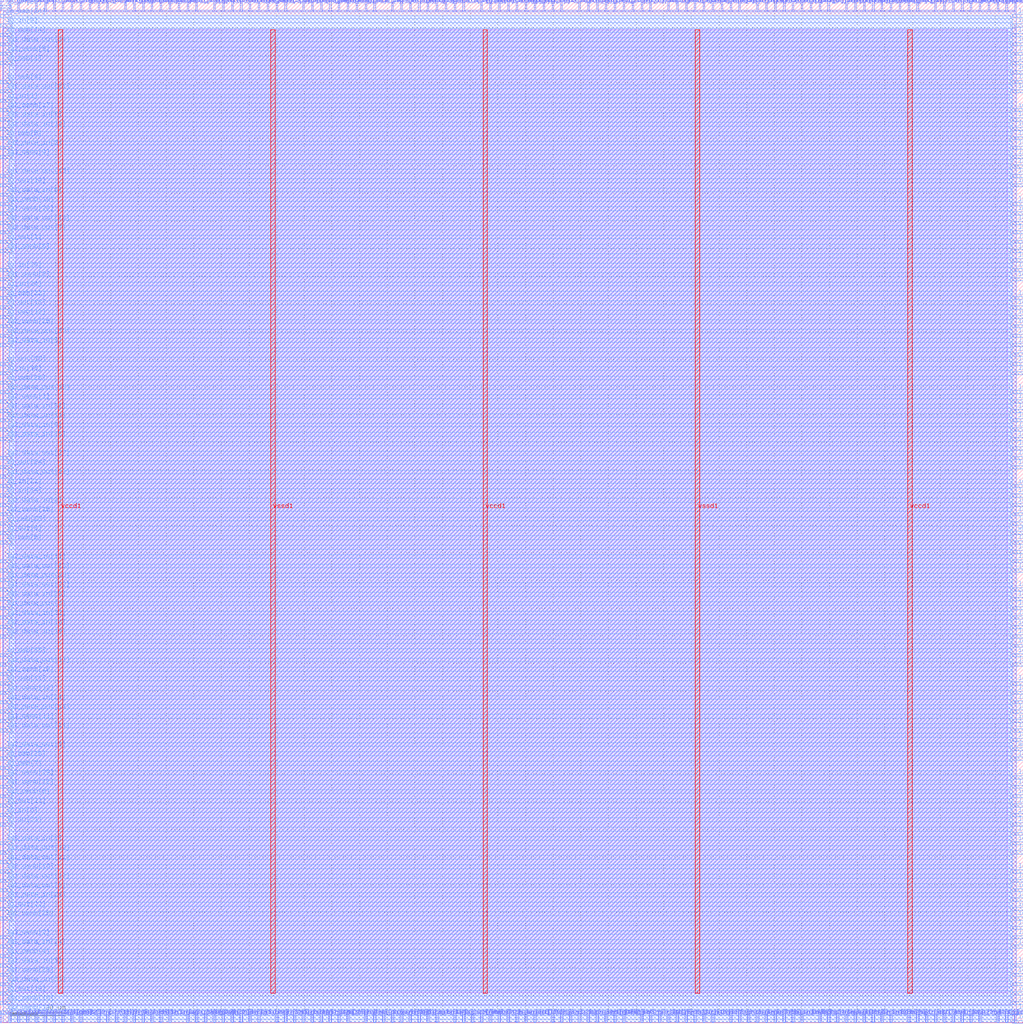
<source format=lef>
VERSION 5.7 ;
  NOWIREEXTENSIONATPIN ON ;
  DIVIDERCHAR "/" ;
  BUSBITCHARS "[]" ;
MACRO wrapped_instrumented_adder_behav
  CLASS BLOCK ;
  FOREIGN wrapped_instrumented_adder_behav ;
  ORIGIN 0.000 0.000 ;
  SIZE 370.000 BY 370.000 ;
  PIN active
    DIRECTION INPUT ;
    USE SIGNAL ;
    PORT
      LAYER met3 ;
        RECT 366.000 98.340 370.000 99.540 ;
    END
  END active
  PIN io_in[0]
    DIRECTION INPUT ;
    USE SIGNAL ;
    PORT
      LAYER met3 ;
        RECT 0.000 74.540 4.000 75.740 ;
    END
  END io_in[0]
  PIN io_in[10]
    DIRECTION INPUT ;
    USE SIGNAL ;
    PORT
      LAYER met2 ;
        RECT 363.810 0.000 364.370 4.000 ;
    END
  END io_in[10]
  PIN io_in[11]
    DIRECTION INPUT ;
    USE SIGNAL ;
    PORT
      LAYER met3 ;
        RECT 366.000 292.140 370.000 293.340 ;
    END
  END io_in[11]
  PIN io_in[12]
    DIRECTION INPUT ;
    USE SIGNAL ;
    PORT
      LAYER met3 ;
        RECT 366.000 343.140 370.000 344.340 ;
    END
  END io_in[12]
  PIN io_in[13]
    DIRECTION INPUT ;
    USE SIGNAL ;
    PORT
      LAYER met2 ;
        RECT 235.010 0.000 235.570 4.000 ;
    END
  END io_in[13]
  PIN io_in[14]
    DIRECTION INPUT ;
    USE SIGNAL ;
    PORT
      LAYER met2 ;
        RECT 251.110 0.000 251.670 4.000 ;
    END
  END io_in[14]
  PIN io_in[15]
    DIRECTION INPUT ;
    USE SIGNAL ;
    PORT
      LAYER met2 ;
        RECT 35.370 0.000 35.930 4.000 ;
    END
  END io_in[15]
  PIN io_in[16]
    DIRECTION INPUT ;
    USE SIGNAL ;
    PORT
      LAYER met3 ;
        RECT 366.000 193.540 370.000 194.740 ;
    END
  END io_in[16]
  PIN io_in[17]
    DIRECTION INPUT ;
    USE SIGNAL ;
    PORT
      LAYER met3 ;
        RECT 366.000 329.540 370.000 330.740 ;
    END
  END io_in[17]
  PIN io_in[18]
    DIRECTION INPUT ;
    USE SIGNAL ;
    PORT
      LAYER met2 ;
        RECT 41.810 0.000 42.370 4.000 ;
    END
  END io_in[18]
  PIN io_in[19]
    DIRECTION INPUT ;
    USE SIGNAL ;
    PORT
      LAYER met2 ;
        RECT 141.630 0.000 142.190 4.000 ;
    END
  END io_in[19]
  PIN io_in[1]
    DIRECTION INPUT ;
    USE SIGNAL ;
    PORT
      LAYER met3 ;
        RECT 0.000 332.940 4.000 334.140 ;
    END
  END io_in[1]
  PIN io_in[20]
    DIRECTION INPUT ;
    USE SIGNAL ;
    PORT
      LAYER met2 ;
        RECT 193.150 366.000 193.710 370.000 ;
    END
  END io_in[20]
  PIN io_in[21]
    DIRECTION INPUT ;
    USE SIGNAL ;
    PORT
      LAYER met3 ;
        RECT 0.000 193.540 4.000 194.740 ;
    END
  END io_in[21]
  PIN io_in[22]
    DIRECTION INPUT ;
    USE SIGNAL ;
    PORT
      LAYER met2 ;
        RECT 209.250 366.000 209.810 370.000 ;
    END
  END io_in[22]
  PIN io_in[23]
    DIRECTION INPUT ;
    USE SIGNAL ;
    PORT
      LAYER met2 ;
        RECT 286.530 366.000 287.090 370.000 ;
    END
  END io_in[23]
  PIN io_in[24]
    DIRECTION INPUT ;
    USE SIGNAL ;
    PORT
      LAYER met3 ;
        RECT 0.000 264.940 4.000 266.140 ;
    END
  END io_in[24]
  PIN io_in[25]
    DIRECTION INPUT ;
    USE SIGNAL ;
    PORT
      LAYER met2 ;
        RECT 328.390 366.000 328.950 370.000 ;
    END
  END io_in[25]
  PIN io_in[26]
    DIRECTION INPUT ;
    USE SIGNAL ;
    PORT
      LAYER met3 ;
        RECT 0.000 366.940 4.000 368.140 ;
    END
  END io_in[26]
  PIN io_in[27]
    DIRECTION INPUT ;
    USE SIGNAL ;
    PORT
      LAYER met2 ;
        RECT 254.330 0.000 254.890 4.000 ;
    END
  END io_in[27]
  PIN io_in[28]
    DIRECTION INPUT ;
    USE SIGNAL ;
    PORT
      LAYER met3 ;
        RECT 366.000 360.140 370.000 361.340 ;
    END
  END io_in[28]
  PIN io_in[29]
    DIRECTION INPUT ;
    USE SIGNAL ;
    PORT
      LAYER met3 ;
        RECT 366.000 251.340 370.000 252.540 ;
    END
  END io_in[29]
  PIN io_in[2]
    DIRECTION INPUT ;
    USE SIGNAL ;
    PORT
      LAYER met2 ;
        RECT 238.230 0.000 238.790 4.000 ;
    END
  END io_in[2]
  PIN io_in[30]
    DIRECTION INPUT ;
    USE SIGNAL ;
    PORT
      LAYER met3 ;
        RECT 0.000 271.740 4.000 272.940 ;
    END
  END io_in[30]
  PIN io_in[31]
    DIRECTION INPUT ;
    USE SIGNAL ;
    PORT
      LAYER met3 ;
        RECT 0.000 71.140 4.000 72.340 ;
    END
  END io_in[31]
  PIN io_in[32]
    DIRECTION INPUT ;
    USE SIGNAL ;
    PORT
      LAYER met2 ;
        RECT 119.090 0.000 119.650 4.000 ;
    END
  END io_in[32]
  PIN io_in[33]
    DIRECTION INPUT ;
    USE SIGNAL ;
    PORT
      LAYER met2 ;
        RECT 215.690 366.000 216.250 370.000 ;
    END
  END io_in[33]
  PIN io_in[34]
    DIRECTION INPUT ;
    USE SIGNAL ;
    PORT
      LAYER met3 ;
        RECT 0.000 190.140 4.000 191.340 ;
    END
  END io_in[34]
  PIN io_in[35]
    DIRECTION INPUT ;
    USE SIGNAL ;
    PORT
      LAYER met3 ;
        RECT 366.000 132.340 370.000 133.540 ;
    END
  END io_in[35]
  PIN io_in[36]
    DIRECTION INPUT ;
    USE SIGNAL ;
    PORT
      LAYER met3 ;
        RECT 0.000 234.340 4.000 235.540 ;
    END
  END io_in[36]
  PIN io_in[37]
    DIRECTION INPUT ;
    USE SIGNAL ;
    PORT
      LAYER met2 ;
        RECT 292.970 366.000 293.530 370.000 ;
    END
  END io_in[37]
  PIN io_in[3]
    DIRECTION INPUT ;
    USE SIGNAL ;
    PORT
      LAYER met2 ;
        RECT 189.930 0.000 190.490 4.000 ;
    END
  END io_in[3]
  PIN io_in[4]
    DIRECTION INPUT ;
    USE SIGNAL ;
    PORT
      LAYER met2 ;
        RECT 70.790 366.000 71.350 370.000 ;
    END
  END io_in[4]
  PIN io_in[5]
    DIRECTION INPUT ;
    USE SIGNAL ;
    PORT
      LAYER met2 ;
        RECT 225.350 366.000 225.910 370.000 ;
    END
  END io_in[5]
  PIN io_in[6]
    DIRECTION INPUT ;
    USE SIGNAL ;
    PORT
      LAYER met2 ;
        RECT 228.570 366.000 229.130 370.000 ;
    END
  END io_in[6]
  PIN io_in[7]
    DIRECTION INPUT ;
    USE SIGNAL ;
    PORT
      LAYER met2 ;
        RECT 25.710 366.000 26.270 370.000 ;
    END
  END io_in[7]
  PIN io_in[8]
    DIRECTION INPUT ;
    USE SIGNAL ;
    PORT
      LAYER met3 ;
        RECT 366.000 40.540 370.000 41.740 ;
    END
  END io_in[8]
  PIN io_in[9]
    DIRECTION INPUT ;
    USE SIGNAL ;
    PORT
      LAYER met3 ;
        RECT 0.000 360.140 4.000 361.340 ;
    END
  END io_in[9]
  PIN io_oeb[0]
    DIRECTION INOUT ;
    USE SIGNAL ;
    PORT
      LAYER met2 ;
        RECT 328.390 0.000 328.950 4.000 ;
    END
  END io_oeb[0]
  PIN io_oeb[10]
    DIRECTION INOUT ;
    USE SIGNAL ;
    PORT
      LAYER met3 ;
        RECT 366.000 81.340 370.000 82.540 ;
    END
  END io_oeb[10]
  PIN io_oeb[11]
    DIRECTION INOUT ;
    USE SIGNAL ;
    PORT
      LAYER met3 ;
        RECT 0.000 122.140 4.000 123.340 ;
    END
  END io_oeb[11]
  PIN io_oeb[12]
    DIRECTION INOUT ;
    USE SIGNAL ;
    PORT
      LAYER met3 ;
        RECT 366.000 254.740 370.000 255.940 ;
    END
  END io_oeb[12]
  PIN io_oeb[13]
    DIRECTION INOUT ;
    USE SIGNAL ;
    PORT
      LAYER met2 ;
        RECT 244.670 366.000 245.230 370.000 ;
    END
  END io_oeb[13]
  PIN io_oeb[14]
    DIRECTION INOUT ;
    USE SIGNAL ;
    PORT
      LAYER met3 ;
        RECT 0.000 356.740 4.000 357.940 ;
    END
  END io_oeb[14]
  PIN io_oeb[15]
    DIRECTION INOUT ;
    USE SIGNAL ;
    PORT
      LAYER met2 ;
        RECT 119.090 366.000 119.650 370.000 ;
    END
  END io_oeb[15]
  PIN io_oeb[16]
    DIRECTION INOUT ;
    USE SIGNAL ;
    PORT
      LAYER met2 ;
        RECT 289.750 0.000 290.310 4.000 ;
    END
  END io_oeb[16]
  PIN io_oeb[17]
    DIRECTION INOUT ;
    USE SIGNAL ;
    PORT
      LAYER met3 ;
        RECT 366.000 302.340 370.000 303.540 ;
    END
  END io_oeb[17]
  PIN io_oeb[18]
    DIRECTION INOUT ;
    USE SIGNAL ;
    PORT
      LAYER met2 ;
        RECT 51.470 366.000 52.030 370.000 ;
    END
  END io_oeb[18]
  PIN io_oeb[19]
    DIRECTION INOUT ;
    USE SIGNAL ;
    PORT
      LAYER met3 ;
        RECT 0.000 254.740 4.000 255.940 ;
    END
  END io_oeb[19]
  PIN io_oeb[1]
    DIRECTION INOUT ;
    USE SIGNAL ;
    PORT
      LAYER met3 ;
        RECT 0.000 346.540 4.000 347.740 ;
    END
  END io_oeb[1]
  PIN io_oeb[20]
    DIRECTION INOUT ;
    USE SIGNAL ;
    PORT
      LAYER met3 ;
        RECT 366.000 47.340 370.000 48.540 ;
    END
  END io_oeb[20]
  PIN io_oeb[21]
    DIRECTION INOUT ;
    USE SIGNAL ;
    PORT
      LAYER met2 ;
        RECT 173.830 0.000 174.390 4.000 ;
    END
  END io_oeb[21]
  PIN io_oeb[22]
    DIRECTION INOUT ;
    USE SIGNAL ;
    PORT
      LAYER met2 ;
        RECT 3.170 366.000 3.730 370.000 ;
    END
  END io_oeb[22]
  PIN io_oeb[23]
    DIRECTION INOUT ;
    USE SIGNAL ;
    PORT
      LAYER met3 ;
        RECT 366.000 9.940 370.000 11.140 ;
    END
  END io_oeb[23]
  PIN io_oeb[24]
    DIRECTION INOUT ;
    USE SIGNAL ;
    PORT
      LAYER met3 ;
        RECT 0.000 363.540 4.000 364.740 ;
    END
  END io_oeb[24]
  PIN io_oeb[25]
    DIRECTION INOUT ;
    USE SIGNAL ;
    PORT
      LAYER met3 ;
        RECT 0.000 94.940 4.000 96.140 ;
    END
  END io_oeb[25]
  PIN io_oeb[26]
    DIRECTION INOUT ;
    USE SIGNAL ;
    PORT
      LAYER met3 ;
        RECT 0.000 230.940 4.000 232.140 ;
    END
  END io_oeb[26]
  PIN io_oeb[27]
    DIRECTION INOUT ;
    USE SIGNAL ;
    PORT
      LAYER met3 ;
        RECT 366.000 135.740 370.000 136.940 ;
    END
  END io_oeb[27]
  PIN io_oeb[28]
    DIRECTION INOUT ;
    USE SIGNAL ;
    PORT
      LAYER met3 ;
        RECT 0.000 179.940 4.000 181.140 ;
    END
  END io_oeb[28]
  PIN io_oeb[29]
    DIRECTION INOUT ;
    USE SIGNAL ;
    PORT
      LAYER met2 ;
        RECT 222.130 0.000 222.690 4.000 ;
    END
  END io_oeb[29]
  PIN io_oeb[2]
    DIRECTION INOUT ;
    USE SIGNAL ;
    PORT
      LAYER met2 ;
        RECT 321.950 366.000 322.510 370.000 ;
    END
  END io_oeb[2]
  PIN io_oeb[30]
    DIRECTION INOUT ;
    USE SIGNAL ;
    PORT
      LAYER met3 ;
        RECT 366.000 142.540 370.000 143.740 ;
    END
  END io_oeb[30]
  PIN io_oeb[31]
    DIRECTION INOUT ;
    USE SIGNAL ;
    PORT
      LAYER met2 ;
        RECT 341.270 0.000 341.830 4.000 ;
    END
  END io_oeb[31]
  PIN io_oeb[32]
    DIRECTION INOUT ;
    USE SIGNAL ;
    PORT
      LAYER met2 ;
        RECT 218.910 366.000 219.470 370.000 ;
    END
  END io_oeb[32]
  PIN io_oeb[33]
    DIRECTION INOUT ;
    USE SIGNAL ;
    PORT
      LAYER met3 ;
        RECT 0.000 261.540 4.000 262.740 ;
    END
  END io_oeb[33]
  PIN io_oeb[34]
    DIRECTION INOUT ;
    USE SIGNAL ;
    PORT
      LAYER met2 ;
        RECT 212.470 366.000 213.030 370.000 ;
    END
  END io_oeb[34]
  PIN io_oeb[35]
    DIRECTION INOUT ;
    USE SIGNAL ;
    PORT
      LAYER met3 ;
        RECT 0.000 132.340 4.000 133.540 ;
    END
  END io_oeb[35]
  PIN io_oeb[36]
    DIRECTION INOUT ;
    USE SIGNAL ;
    PORT
      LAYER met3 ;
        RECT 366.000 336.340 370.000 337.540 ;
    END
  END io_oeb[36]
  PIN io_oeb[37]
    DIRECTION INOUT ;
    USE SIGNAL ;
    PORT
      LAYER met2 ;
        RECT 64.350 366.000 64.910 370.000 ;
    END
  END io_oeb[37]
  PIN io_oeb[3]
    DIRECTION INOUT ;
    USE SIGNAL ;
    PORT
      LAYER met3 ;
        RECT 366.000 -0.260 370.000 0.940 ;
    END
  END io_oeb[3]
  PIN io_oeb[4]
    DIRECTION INOUT ;
    USE SIGNAL ;
    PORT
      LAYER met3 ;
        RECT 0.000 339.740 4.000 340.940 ;
    END
  END io_oeb[4]
  PIN io_oeb[5]
    DIRECTION INOUT ;
    USE SIGNAL ;
    PORT
      LAYER met3 ;
        RECT 0.000 319.340 4.000 320.540 ;
    END
  END io_oeb[5]
  PIN io_oeb[6]
    DIRECTION INOUT ;
    USE SIGNAL ;
    PORT
      LAYER met3 ;
        RECT 0.000 173.140 4.000 174.340 ;
    END
  END io_oeb[6]
  PIN io_oeb[7]
    DIRECTION INOUT ;
    USE SIGNAL ;
    PORT
      LAYER met3 ;
        RECT 0.000 91.540 4.000 92.740 ;
    END
  END io_oeb[7]
  PIN io_oeb[8]
    DIRECTION INOUT ;
    USE SIGNAL ;
    PORT
      LAYER met2 ;
        RECT 151.290 366.000 151.850 370.000 ;
    END
  END io_oeb[8]
  PIN io_oeb[9]
    DIRECTION INOUT ;
    USE SIGNAL ;
    PORT
      LAYER met2 ;
        RECT 302.630 0.000 303.190 4.000 ;
    END
  END io_oeb[9]
  PIN io_out[0]
    DIRECTION INOUT ;
    USE SIGNAL ;
    PORT
      LAYER met2 ;
        RECT 360.590 366.000 361.150 370.000 ;
    END
  END io_out[0]
  PIN io_out[10]
    DIRECTION INOUT ;
    USE SIGNAL ;
    PORT
      LAYER met3 ;
        RECT 366.000 258.140 370.000 259.340 ;
    END
  END io_out[10]
  PIN io_out[11]
    DIRECTION INOUT ;
    USE SIGNAL ;
    PORT
      LAYER met2 ;
        RECT 12.830 366.000 13.390 370.000 ;
    END
  END io_out[11]
  PIN io_out[12]
    DIRECTION INOUT ;
    USE SIGNAL ;
    PORT
      LAYER met2 ;
        RECT 235.010 366.000 235.570 370.000 ;
    END
  END io_out[12]
  PIN io_out[13]
    DIRECTION INOUT ;
    USE SIGNAL ;
    PORT
      LAYER met3 ;
        RECT 0.000 258.140 4.000 259.340 ;
    END
  END io_out[13]
  PIN io_out[14]
    DIRECTION INOUT ;
    USE SIGNAL ;
    PORT
      LAYER met3 ;
        RECT 0.000 302.340 4.000 303.540 ;
    END
  END io_out[14]
  PIN io_out[15]
    DIRECTION INOUT ;
    USE SIGNAL ;
    PORT
      LAYER met3 ;
        RECT 366.000 353.340 370.000 354.540 ;
    END
  END io_out[15]
  PIN io_out[16]
    DIRECTION INOUT ;
    USE SIGNAL ;
    PORT
      LAYER met2 ;
        RECT 54.690 366.000 55.250 370.000 ;
    END
  END io_out[16]
  PIN io_out[17]
    DIRECTION INOUT ;
    USE SIGNAL ;
    PORT
      LAYER met2 ;
        RECT 189.930 366.000 190.490 370.000 ;
    END
  END io_out[17]
  PIN io_out[18]
    DIRECTION INOUT ;
    USE SIGNAL ;
    PORT
      LAYER met3 ;
        RECT 0.000 9.940 4.000 11.140 ;
    END
  END io_out[18]
  PIN io_out[19]
    DIRECTION INOUT ;
    USE SIGNAL ;
    PORT
      LAYER met2 ;
        RECT 70.790 0.000 71.350 4.000 ;
    END
  END io_out[19]
  PIN io_out[1]
    DIRECTION INOUT ;
    USE SIGNAL ;
    PORT
      LAYER met3 ;
        RECT 0.000 281.940 4.000 283.140 ;
    END
  END io_out[1]
  PIN io_out[20]
    DIRECTION INOUT ;
    USE SIGNAL ;
    PORT
      LAYER met3 ;
        RECT 366.000 186.740 370.000 187.940 ;
    END
  END io_out[20]
  PIN io_out[21]
    DIRECTION INOUT ;
    USE SIGNAL ;
    PORT
      LAYER met3 ;
        RECT 0.000 77.940 4.000 79.140 ;
    END
  END io_out[21]
  PIN io_out[22]
    DIRECTION INOUT ;
    USE SIGNAL ;
    PORT
      LAYER met3 ;
        RECT 0.000 40.540 4.000 41.740 ;
    END
  END io_out[22]
  PIN io_out[23]
    DIRECTION INOUT ;
    USE SIGNAL ;
    PORT
      LAYER met3 ;
        RECT 366.000 16.740 370.000 17.940 ;
    END
  END io_out[23]
  PIN io_out[24]
    DIRECTION INOUT ;
    USE SIGNAL ;
    PORT
      LAYER met3 ;
        RECT 0.000 200.340 4.000 201.540 ;
    END
  END io_out[24]
  PIN io_out[25]
    DIRECTION INOUT ;
    USE SIGNAL ;
    PORT
      LAYER met2 ;
        RECT 347.710 0.000 348.270 4.000 ;
    END
  END io_out[25]
  PIN io_out[26]
    DIRECTION INOUT ;
    USE SIGNAL ;
    PORT
      LAYER met3 ;
        RECT 366.000 322.740 370.000 323.940 ;
    END
  END io_out[26]
  PIN io_out[27]
    DIRECTION INOUT ;
    USE SIGNAL ;
    PORT
      LAYER met3 ;
        RECT 366.000 108.540 370.000 109.740 ;
    END
  END io_out[27]
  PIN io_out[28]
    DIRECTION INOUT ;
    USE SIGNAL ;
    PORT
      LAYER met2 ;
        RECT 167.390 0.000 167.950 4.000 ;
    END
  END io_out[28]
  PIN io_out[29]
    DIRECTION INOUT ;
    USE SIGNAL ;
    PORT
      LAYER met2 ;
        RECT 19.270 366.000 19.830 370.000 ;
    END
  END io_out[29]
  PIN io_out[2]
    DIRECTION INOUT ;
    USE SIGNAL ;
    PORT
      LAYER met2 ;
        RECT 186.710 366.000 187.270 370.000 ;
    END
  END io_out[2]
  PIN io_out[30]
    DIRECTION INOUT ;
    USE SIGNAL ;
    PORT
      LAYER met3 ;
        RECT 366.000 268.340 370.000 269.540 ;
    END
  END io_out[30]
  PIN io_out[31]
    DIRECTION INOUT ;
    USE SIGNAL ;
    PORT
      LAYER met2 ;
        RECT 273.650 366.000 274.210 370.000 ;
    END
  END io_out[31]
  PIN io_out[32]
    DIRECTION INOUT ;
    USE SIGNAL ;
    PORT
      LAYER met3 ;
        RECT 0.000 237.740 4.000 238.940 ;
    END
  END io_out[32]
  PIN io_out[33]
    DIRECTION INOUT ;
    USE SIGNAL ;
    PORT
      LAYER met2 ;
        RECT 334.830 0.000 335.390 4.000 ;
    END
  END io_out[33]
  PIN io_out[34]
    DIRECTION INOUT ;
    USE SIGNAL ;
    PORT
      LAYER met2 ;
        RECT 125.530 0.000 126.090 4.000 ;
    END
  END io_out[34]
  PIN io_out[35]
    DIRECTION INOUT ;
    USE SIGNAL ;
    PORT
      LAYER met2 ;
        RECT 96.550 366.000 97.110 370.000 ;
    END
  END io_out[35]
  PIN io_out[36]
    DIRECTION INOUT ;
    USE SIGNAL ;
    PORT
      LAYER met2 ;
        RECT 167.390 366.000 167.950 370.000 ;
    END
  END io_out[36]
  PIN io_out[37]
    DIRECTION INOUT ;
    USE SIGNAL ;
    PORT
      LAYER met2 ;
        RECT 350.930 366.000 351.490 370.000 ;
    END
  END io_out[37]
  PIN io_out[3]
    DIRECTION INOUT ;
    USE SIGNAL ;
    PORT
      LAYER met2 ;
        RECT 131.970 366.000 132.530 370.000 ;
    END
  END io_out[3]
  PIN io_out[4]
    DIRECTION INOUT ;
    USE SIGNAL ;
    PORT
      LAYER met2 ;
        RECT 6.390 366.000 6.950 370.000 ;
    END
  END io_out[4]
  PIN io_out[5]
    DIRECTION INOUT ;
    USE SIGNAL ;
    PORT
      LAYER met2 ;
        RECT 77.230 366.000 77.790 370.000 ;
    END
  END io_out[5]
  PIN io_out[6]
    DIRECTION INOUT ;
    USE SIGNAL ;
    PORT
      LAYER met3 ;
        RECT 0.000 176.540 4.000 177.740 ;
    END
  END io_out[6]
  PIN io_out[7]
    DIRECTION INOUT ;
    USE SIGNAL ;
    PORT
      LAYER met3 ;
        RECT 366.000 64.340 370.000 65.540 ;
    END
  END io_out[7]
  PIN io_out[8]
    DIRECTION INOUT ;
    USE SIGNAL ;
    PORT
      LAYER met2 ;
        RECT 28.930 366.000 29.490 370.000 ;
    END
  END io_out[8]
  PIN io_out[9]
    DIRECTION INOUT ;
    USE SIGNAL ;
    PORT
      LAYER met3 ;
        RECT 366.000 37.140 370.000 38.340 ;
    END
  END io_out[9]
  PIN la1_data_in[0]
    DIRECTION INPUT ;
    USE SIGNAL ;
    PORT
      LAYER met2 ;
        RECT 202.810 366.000 203.370 370.000 ;
    END
  END la1_data_in[0]
  PIN la1_data_in[10]
    DIRECTION INPUT ;
    USE SIGNAL ;
    PORT
      LAYER met2 ;
        RECT 16.050 366.000 16.610 370.000 ;
    END
  END la1_data_in[10]
  PIN la1_data_in[11]
    DIRECTION INPUT ;
    USE SIGNAL ;
    PORT
      LAYER met2 ;
        RECT 93.330 366.000 93.890 370.000 ;
    END
  END la1_data_in[11]
  PIN la1_data_in[12]
    DIRECTION INPUT ;
    USE SIGNAL ;
    PORT
      LAYER met3 ;
        RECT 366.000 60.940 370.000 62.140 ;
    END
  END la1_data_in[12]
  PIN la1_data_in[13]
    DIRECTION INPUT ;
    USE SIGNAL ;
    PORT
      LAYER met2 ;
        RECT 209.250 0.000 209.810 4.000 ;
    END
  END la1_data_in[13]
  PIN la1_data_in[14]
    DIRECTION INPUT ;
    USE SIGNAL ;
    PORT
      LAYER met2 ;
        RECT 299.410 0.000 299.970 4.000 ;
    END
  END la1_data_in[14]
  PIN la1_data_in[15]
    DIRECTION INPUT ;
    USE SIGNAL ;
    PORT
      LAYER met3 ;
        RECT 366.000 77.940 370.000 79.140 ;
    END
  END la1_data_in[15]
  PIN la1_data_in[16]
    DIRECTION INPUT ;
    USE SIGNAL ;
    PORT
      LAYER met2 ;
        RECT 106.210 0.000 106.770 4.000 ;
    END
  END la1_data_in[16]
  PIN la1_data_in[17]
    DIRECTION INPUT ;
    USE SIGNAL ;
    PORT
      LAYER met3 ;
        RECT 366.000 54.140 370.000 55.340 ;
    END
  END la1_data_in[17]
  PIN la1_data_in[18]
    DIRECTION INPUT ;
    USE SIGNAL ;
    PORT
      LAYER met3 ;
        RECT 366.000 139.140 370.000 140.340 ;
    END
  END la1_data_in[18]
  PIN la1_data_in[19]
    DIRECTION INPUT ;
    USE SIGNAL ;
    PORT
      LAYER met2 ;
        RECT 315.510 366.000 316.070 370.000 ;
    END
  END la1_data_in[19]
  PIN la1_data_in[1]
    DIRECTION INPUT ;
    USE SIGNAL ;
    PORT
      LAYER met2 ;
        RECT 331.610 366.000 332.170 370.000 ;
    END
  END la1_data_in[1]
  PIN la1_data_in[20]
    DIRECTION INPUT ;
    USE SIGNAL ;
    PORT
      LAYER met3 ;
        RECT 366.000 346.540 370.000 347.740 ;
    END
  END la1_data_in[20]
  PIN la1_data_in[21]
    DIRECTION INPUT ;
    USE SIGNAL ;
    PORT
      LAYER met3 ;
        RECT 366.000 309.140 370.000 310.340 ;
    END
  END la1_data_in[21]
  PIN la1_data_in[22]
    DIRECTION INPUT ;
    USE SIGNAL ;
    PORT
      LAYER met2 ;
        RECT 321.950 0.000 322.510 4.000 ;
    END
  END la1_data_in[22]
  PIN la1_data_in[23]
    DIRECTION INPUT ;
    USE SIGNAL ;
    PORT
      LAYER met2 ;
        RECT 251.110 366.000 251.670 370.000 ;
    END
  END la1_data_in[23]
  PIN la1_data_in[24]
    DIRECTION INPUT ;
    USE SIGNAL ;
    PORT
      LAYER met3 ;
        RECT 0.000 115.340 4.000 116.540 ;
    END
  END la1_data_in[24]
  PIN la1_data_in[25]
    DIRECTION INPUT ;
    USE SIGNAL ;
    PORT
      LAYER met2 ;
        RECT 280.090 366.000 280.650 370.000 ;
    END
  END la1_data_in[25]
  PIN la1_data_in[26]
    DIRECTION INPUT ;
    USE SIGNAL ;
    PORT
      LAYER met2 ;
        RECT 305.850 366.000 306.410 370.000 ;
    END
  END la1_data_in[26]
  PIN la1_data_in[27]
    DIRECTION INPUT ;
    USE SIGNAL ;
    PORT
      LAYER met2 ;
        RECT 357.370 366.000 357.930 370.000 ;
    END
  END la1_data_in[27]
  PIN la1_data_in[28]
    DIRECTION INPUT ;
    USE SIGNAL ;
    PORT
      LAYER met3 ;
        RECT 366.000 363.540 370.000 364.740 ;
    END
  END la1_data_in[28]
  PIN la1_data_in[29]
    DIRECTION INPUT ;
    USE SIGNAL ;
    PORT
      LAYER met2 ;
        RECT 115.870 0.000 116.430 4.000 ;
    END
  END la1_data_in[29]
  PIN la1_data_in[2]
    DIRECTION INPUT ;
    USE SIGNAL ;
    PORT
      LAYER met2 ;
        RECT 164.170 0.000 164.730 4.000 ;
    END
  END la1_data_in[2]
  PIN la1_data_in[30]
    DIRECTION INPUT ;
    USE SIGNAL ;
    PORT
      LAYER met3 ;
        RECT 366.000 247.940 370.000 249.140 ;
    END
  END la1_data_in[30]
  PIN la1_data_in[31]
    DIRECTION INPUT ;
    USE SIGNAL ;
    PORT
      LAYER met3 ;
        RECT 0.000 220.740 4.000 221.940 ;
    END
  END la1_data_in[31]
  PIN la1_data_in[3]
    DIRECTION INPUT ;
    USE SIGNAL ;
    PORT
      LAYER met3 ;
        RECT 0.000 20.140 4.000 21.340 ;
    END
  END la1_data_in[3]
  PIN la1_data_in[4]
    DIRECTION INPUT ;
    USE SIGNAL ;
    PORT
      LAYER met2 ;
        RECT 263.990 366.000 264.550 370.000 ;
    END
  END la1_data_in[4]
  PIN la1_data_in[5]
    DIRECTION INPUT ;
    USE SIGNAL ;
    PORT
      LAYER met2 ;
        RECT 244.670 0.000 245.230 4.000 ;
    END
  END la1_data_in[5]
  PIN la1_data_in[6]
    DIRECTION INPUT ;
    USE SIGNAL ;
    PORT
      LAYER met2 ;
        RECT 212.470 0.000 213.030 4.000 ;
    END
  END la1_data_in[6]
  PIN la1_data_in[7]
    DIRECTION INPUT ;
    USE SIGNAL ;
    PORT
      LAYER met2 ;
        RECT 67.570 366.000 68.130 370.000 ;
    END
  END la1_data_in[7]
  PIN la1_data_in[8]
    DIRECTION INPUT ;
    USE SIGNAL ;
    PORT
      LAYER met2 ;
        RECT 263.990 0.000 264.550 4.000 ;
    END
  END la1_data_in[8]
  PIN la1_data_in[9]
    DIRECTION INPUT ;
    USE SIGNAL ;
    PORT
      LAYER met2 ;
        RECT 83.670 0.000 84.230 4.000 ;
    END
  END la1_data_in[9]
  PIN la1_data_out[0]
    DIRECTION INOUT ;
    USE SIGNAL ;
    PORT
      LAYER met2 ;
        RECT 164.170 366.000 164.730 370.000 ;
    END
  END la1_data_out[0]
  PIN la1_data_out[10]
    DIRECTION INOUT ;
    USE SIGNAL ;
    PORT
      LAYER met2 ;
        RECT 157.730 0.000 158.290 4.000 ;
    END
  END la1_data_out[10]
  PIN la1_data_out[11]
    DIRECTION INOUT ;
    USE SIGNAL ;
    PORT
      LAYER met3 ;
        RECT 0.000 57.540 4.000 58.740 ;
    END
  END la1_data_out[11]
  PIN la1_data_out[12]
    DIRECTION INOUT ;
    USE SIGNAL ;
    PORT
      LAYER met3 ;
        RECT 366.000 224.140 370.000 225.340 ;
    END
  END la1_data_out[12]
  PIN la1_data_out[13]
    DIRECTION INOUT ;
    USE SIGNAL ;
    PORT
      LAYER met3 ;
        RECT 366.000 74.540 370.000 75.740 ;
    END
  END la1_data_out[13]
  PIN la1_data_out[14]
    DIRECTION INOUT ;
    USE SIGNAL ;
    PORT
      LAYER met3 ;
        RECT 0.000 105.140 4.000 106.340 ;
    END
  END la1_data_out[14]
  PIN la1_data_out[15]
    DIRECTION INOUT ;
    USE SIGNAL ;
    PORT
      LAYER met2 ;
        RECT 231.790 0.000 232.350 4.000 ;
    END
  END la1_data_out[15]
  PIN la1_data_out[16]
    DIRECTION INOUT ;
    USE SIGNAL ;
    PORT
      LAYER met3 ;
        RECT 0.000 305.740 4.000 306.940 ;
    END
  END la1_data_out[16]
  PIN la1_data_out[17]
    DIRECTION INOUT ;
    USE SIGNAL ;
    PORT
      LAYER met2 ;
        RECT 122.310 0.000 122.870 4.000 ;
    END
  END la1_data_out[17]
  PIN la1_data_out[18]
    DIRECTION INOUT ;
    USE SIGNAL ;
    PORT
      LAYER met2 ;
        RECT 148.070 0.000 148.630 4.000 ;
    END
  END la1_data_out[18]
  PIN la1_data_out[19]
    DIRECTION INOUT ;
    USE SIGNAL ;
    PORT
      LAYER met2 ;
        RECT 57.910 0.000 58.470 4.000 ;
    END
  END la1_data_out[19]
  PIN la1_data_out[1]
    DIRECTION INOUT ;
    USE SIGNAL ;
    PORT
      LAYER met3 ;
        RECT 366.000 149.340 370.000 150.540 ;
    END
  END la1_data_out[1]
  PIN la1_data_out[20]
    DIRECTION INOUT ;
    USE SIGNAL ;
    PORT
      LAYER met3 ;
        RECT 0.000 159.540 4.000 160.740 ;
    END
  END la1_data_out[20]
  PIN la1_data_out[21]
    DIRECTION INOUT ;
    USE SIGNAL ;
    PORT
      LAYER met3 ;
        RECT 0.000 336.340 4.000 337.540 ;
    END
  END la1_data_out[21]
  PIN la1_data_out[22]
    DIRECTION INOUT ;
    USE SIGNAL ;
    PORT
      LAYER met3 ;
        RECT 0.000 156.140 4.000 157.340 ;
    END
  END la1_data_out[22]
  PIN la1_data_out[23]
    DIRECTION INOUT ;
    USE SIGNAL ;
    PORT
      LAYER met2 ;
        RECT 102.990 366.000 103.550 370.000 ;
    END
  END la1_data_out[23]
  PIN la1_data_out[24]
    DIRECTION INOUT ;
    USE SIGNAL ;
    PORT
      LAYER met3 ;
        RECT 0.000 353.340 4.000 354.540 ;
    END
  END la1_data_out[24]
  PIN la1_data_out[25]
    DIRECTION INOUT ;
    USE SIGNAL ;
    PORT
      LAYER met3 ;
        RECT 366.000 295.540 370.000 296.740 ;
    END
  END la1_data_out[25]
  PIN la1_data_out[26]
    DIRECTION INOUT ;
    USE SIGNAL ;
    PORT
      LAYER met2 ;
        RECT 344.490 366.000 345.050 370.000 ;
    END
  END la1_data_out[26]
  PIN la1_data_out[27]
    DIRECTION INOUT ;
    USE SIGNAL ;
    PORT
      LAYER met3 ;
        RECT 366.000 162.940 370.000 164.140 ;
    END
  END la1_data_out[27]
  PIN la1_data_out[28]
    DIRECTION INOUT ;
    USE SIGNAL ;
    PORT
      LAYER met2 ;
        RECT 222.130 366.000 222.690 370.000 ;
    END
  END la1_data_out[28]
  PIN la1_data_out[29]
    DIRECTION INOUT ;
    USE SIGNAL ;
    PORT
      LAYER met3 ;
        RECT 0.000 196.940 4.000 198.140 ;
    END
  END la1_data_out[29]
  PIN la1_data_out[2]
    DIRECTION INOUT ;
    USE SIGNAL ;
    PORT
      LAYER met2 ;
        RECT 109.430 0.000 109.990 4.000 ;
    END
  END la1_data_out[2]
  PIN la1_data_out[30]
    DIRECTION INOUT ;
    USE SIGNAL ;
    PORT
      LAYER met2 ;
        RECT 131.970 0.000 132.530 4.000 ;
    END
  END la1_data_out[30]
  PIN la1_data_out[31]
    DIRECTION INOUT ;
    USE SIGNAL ;
    PORT
      LAYER met3 ;
        RECT 366.000 128.940 370.000 130.140 ;
    END
  END la1_data_out[31]
  PIN la1_data_out[3]
    DIRECTION INOUT ;
    USE SIGNAL ;
    PORT
      LAYER met3 ;
        RECT 0.000 149.340 4.000 150.540 ;
    END
  END la1_data_out[3]
  PIN la1_data_out[4]
    DIRECTION INOUT ;
    USE SIGNAL ;
    PORT
      LAYER met2 ;
        RECT 90.110 366.000 90.670 370.000 ;
    END
  END la1_data_out[4]
  PIN la1_data_out[5]
    DIRECTION INOUT ;
    USE SIGNAL ;
    PORT
      LAYER met2 ;
        RECT 199.590 366.000 200.150 370.000 ;
    END
  END la1_data_out[5]
  PIN la1_data_out[6]
    DIRECTION INOUT ;
    USE SIGNAL ;
    PORT
      LAYER met3 ;
        RECT 366.000 278.540 370.000 279.740 ;
    END
  END la1_data_out[6]
  PIN la1_data_out[7]
    DIRECTION INOUT ;
    USE SIGNAL ;
    PORT
      LAYER met2 ;
        RECT 157.730 366.000 158.290 370.000 ;
    END
  END la1_data_out[7]
  PIN la1_data_out[8]
    DIRECTION INOUT ;
    USE SIGNAL ;
    PORT
      LAYER met3 ;
        RECT 366.000 319.340 370.000 320.540 ;
    END
  END la1_data_out[8]
  PIN la1_data_out[9]
    DIRECTION INOUT ;
    USE SIGNAL ;
    PORT
      LAYER met3 ;
        RECT 366.000 26.940 370.000 28.140 ;
    END
  END la1_data_out[9]
  PIN la1_oenb[0]
    DIRECTION INPUT ;
    USE SIGNAL ;
    PORT
      LAYER met2 ;
        RECT 309.070 366.000 309.630 370.000 ;
    END
  END la1_oenb[0]
  PIN la1_oenb[10]
    DIRECTION INPUT ;
    USE SIGNAL ;
    PORT
      LAYER met3 ;
        RECT 0.000 6.540 4.000 7.740 ;
    END
  END la1_oenb[10]
  PIN la1_oenb[11]
    DIRECTION INPUT ;
    USE SIGNAL ;
    PORT
      LAYER met2 ;
        RECT 102.990 0.000 103.550 4.000 ;
    END
  END la1_oenb[11]
  PIN la1_oenb[12]
    DIRECTION INPUT ;
    USE SIGNAL ;
    PORT
      LAYER met3 ;
        RECT 0.000 84.740 4.000 85.940 ;
    END
  END la1_oenb[12]
  PIN la1_oenb[13]
    DIRECTION INPUT ;
    USE SIGNAL ;
    PORT
      LAYER met2 ;
        RECT 186.710 0.000 187.270 4.000 ;
    END
  END la1_oenb[13]
  PIN la1_oenb[14]
    DIRECTION INPUT ;
    USE SIGNAL ;
    PORT
      LAYER met2 ;
        RECT 83.670 366.000 84.230 370.000 ;
    END
  END la1_oenb[14]
  PIN la1_oenb[15]
    DIRECTION INPUT ;
    USE SIGNAL ;
    PORT
      LAYER met2 ;
        RECT 48.250 0.000 48.810 4.000 ;
    END
  END la1_oenb[15]
  PIN la1_oenb[16]
    DIRECTION INPUT ;
    USE SIGNAL ;
    PORT
      LAYER met2 ;
        RECT 35.370 366.000 35.930 370.000 ;
    END
  END la1_oenb[16]
  PIN la1_oenb[17]
    DIRECTION INPUT ;
    USE SIGNAL ;
    PORT
      LAYER met2 ;
        RECT 151.290 0.000 151.850 4.000 ;
    END
  END la1_oenb[17]
  PIN la1_oenb[18]
    DIRECTION INPUT ;
    USE SIGNAL ;
    PORT
      LAYER met2 ;
        RECT 45.030 366.000 45.590 370.000 ;
    END
  END la1_oenb[18]
  PIN la1_oenb[19]
    DIRECTION INPUT ;
    USE SIGNAL ;
    PORT
      LAYER met3 ;
        RECT 0.000 295.540 4.000 296.740 ;
    END
  END la1_oenb[19]
  PIN la1_oenb[1]
    DIRECTION INPUT ;
    USE SIGNAL ;
    PORT
      LAYER met2 ;
        RECT 144.850 366.000 145.410 370.000 ;
    END
  END la1_oenb[1]
  PIN la1_oenb[20]
    DIRECTION INPUT ;
    USE SIGNAL ;
    PORT
      LAYER met3 ;
        RECT 0.000 292.140 4.000 293.340 ;
    END
  END la1_oenb[20]
  PIN la1_oenb[21]
    DIRECTION INPUT ;
    USE SIGNAL ;
    PORT
      LAYER met3 ;
        RECT 366.000 43.940 370.000 45.140 ;
    END
  END la1_oenb[21]
  PIN la1_oenb[22]
    DIRECTION INPUT ;
    USE SIGNAL ;
    PORT
      LAYER met2 ;
        RECT 170.610 0.000 171.170 4.000 ;
    END
  END la1_oenb[22]
  PIN la1_oenb[23]
    DIRECTION INPUT ;
    USE SIGNAL ;
    PORT
      LAYER met2 ;
        RECT 93.330 0.000 93.890 4.000 ;
    END
  END la1_oenb[23]
  PIN la1_oenb[24]
    DIRECTION INPUT ;
    USE SIGNAL ;
    PORT
      LAYER met3 ;
        RECT 366.000 275.140 370.000 276.340 ;
    END
  END la1_oenb[24]
  PIN la1_oenb[25]
    DIRECTION INPUT ;
    USE SIGNAL ;
    PORT
      LAYER met3 ;
        RECT 366.000 122.140 370.000 123.340 ;
    END
  END la1_oenb[25]
  PIN la1_oenb[26]
    DIRECTION INPUT ;
    USE SIGNAL ;
    PORT
      LAYER met2 ;
        RECT 354.150 0.000 354.710 4.000 ;
    END
  END la1_oenb[26]
  PIN la1_oenb[27]
    DIRECTION INPUT ;
    USE SIGNAL ;
    PORT
      LAYER met2 ;
        RECT 148.070 366.000 148.630 370.000 ;
    END
  END la1_oenb[27]
  PIN la1_oenb[28]
    DIRECTION INPUT ;
    USE SIGNAL ;
    PORT
      LAYER met2 ;
        RECT 276.870 366.000 277.430 370.000 ;
    END
  END la1_oenb[28]
  PIN la1_oenb[29]
    DIRECTION INPUT ;
    USE SIGNAL ;
    PORT
      LAYER met3 ;
        RECT 0.000 16.740 4.000 17.940 ;
    END
  END la1_oenb[29]
  PIN la1_oenb[2]
    DIRECTION INPUT ;
    USE SIGNAL ;
    PORT
      LAYER met3 ;
        RECT 0.000 268.340 4.000 269.540 ;
    END
  END la1_oenb[2]
  PIN la1_oenb[30]
    DIRECTION INPUT ;
    USE SIGNAL ;
    PORT
      LAYER met2 ;
        RECT 183.490 366.000 184.050 370.000 ;
    END
  END la1_oenb[30]
  PIN la1_oenb[31]
    DIRECTION INPUT ;
    USE SIGNAL ;
    PORT
      LAYER met2 ;
        RECT 19.270 0.000 19.830 4.000 ;
    END
  END la1_oenb[31]
  PIN la1_oenb[3]
    DIRECTION INPUT ;
    USE SIGNAL ;
    PORT
      LAYER met2 ;
        RECT 144.850 0.000 145.410 4.000 ;
    END
  END la1_oenb[3]
  PIN la1_oenb[4]
    DIRECTION INPUT ;
    USE SIGNAL ;
    PORT
      LAYER met3 ;
        RECT 0.000 23.540 4.000 24.740 ;
    END
  END la1_oenb[4]
  PIN la1_oenb[5]
    DIRECTION INPUT ;
    USE SIGNAL ;
    PORT
      LAYER met2 ;
        RECT 318.730 0.000 319.290 4.000 ;
    END
  END la1_oenb[5]
  PIN la1_oenb[6]
    DIRECTION INPUT ;
    USE SIGNAL ;
    PORT
      LAYER met3 ;
        RECT 0.000 278.540 4.000 279.740 ;
    END
  END la1_oenb[6]
  PIN la1_oenb[7]
    DIRECTION INPUT ;
    USE SIGNAL ;
    PORT
      LAYER met2 ;
        RECT 80.450 0.000 81.010 4.000 ;
    END
  END la1_oenb[7]
  PIN la1_oenb[8]
    DIRECTION INPUT ;
    USE SIGNAL ;
    PORT
      LAYER met2 ;
        RECT 315.510 0.000 316.070 4.000 ;
    END
  END la1_oenb[8]
  PIN la1_oenb[9]
    DIRECTION INPUT ;
    USE SIGNAL ;
    PORT
      LAYER met3 ;
        RECT 366.000 169.740 370.000 170.940 ;
    END
  END la1_oenb[9]
  PIN la2_data_in[0]
    DIRECTION INPUT ;
    USE SIGNAL ;
    PORT
      LAYER met2 ;
        RECT 80.450 366.000 81.010 370.000 ;
    END
  END la2_data_in[0]
  PIN la2_data_in[10]
    DIRECTION INPUT ;
    USE SIGNAL ;
    PORT
      LAYER met3 ;
        RECT 0.000 142.540 4.000 143.740 ;
    END
  END la2_data_in[10]
  PIN la2_data_in[11]
    DIRECTION INPUT ;
    USE SIGNAL ;
    PORT
      LAYER met3 ;
        RECT 0.000 166.340 4.000 167.540 ;
    END
  END la2_data_in[11]
  PIN la2_data_in[12]
    DIRECTION INPUT ;
    USE SIGNAL ;
    PORT
      LAYER met3 ;
        RECT 0.000 322.740 4.000 323.940 ;
    END
  END la2_data_in[12]
  PIN la2_data_in[13]
    DIRECTION INPUT ;
    USE SIGNAL ;
    PORT
      LAYER met2 ;
        RECT 112.650 366.000 113.210 370.000 ;
    END
  END la2_data_in[13]
  PIN la2_data_in[14]
    DIRECTION INPUT ;
    USE SIGNAL ;
    PORT
      LAYER met2 ;
        RECT 177.050 366.000 177.610 370.000 ;
    END
  END la2_data_in[14]
  PIN la2_data_in[15]
    DIRECTION INPUT ;
    USE SIGNAL ;
    PORT
      LAYER met3 ;
        RECT 366.000 67.740 370.000 68.940 ;
    END
  END la2_data_in[15]
  PIN la2_data_in[16]
    DIRECTION INPUT ;
    USE SIGNAL ;
    PORT
      LAYER met2 ;
        RECT 299.410 366.000 299.970 370.000 ;
    END
  END la2_data_in[16]
  PIN la2_data_in[17]
    DIRECTION INPUT ;
    USE SIGNAL ;
    PORT
      LAYER met3 ;
        RECT 366.000 237.740 370.000 238.940 ;
    END
  END la2_data_in[17]
  PIN la2_data_in[18]
    DIRECTION INPUT ;
    USE SIGNAL ;
    PORT
      LAYER met3 ;
        RECT 366.000 312.540 370.000 313.740 ;
    END
  END la2_data_in[18]
  PIN la2_data_in[19]
    DIRECTION INPUT ;
    USE SIGNAL ;
    PORT
      LAYER met3 ;
        RECT 0.000 139.140 4.000 140.340 ;
    END
  END la2_data_in[19]
  PIN la2_data_in[1]
    DIRECTION INPUT ;
    USE SIGNAL ;
    PORT
      LAYER met2 ;
        RECT 128.750 366.000 129.310 370.000 ;
    END
  END la2_data_in[1]
  PIN la2_data_in[20]
    DIRECTION INPUT ;
    USE SIGNAL ;
    PORT
      LAYER met2 ;
        RECT 90.110 0.000 90.670 4.000 ;
    END
  END la2_data_in[20]
  PIN la2_data_in[21]
    DIRECTION INPUT ;
    USE SIGNAL ;
    PORT
      LAYER met2 ;
        RECT 305.850 0.000 306.410 4.000 ;
    END
  END la2_data_in[21]
  PIN la2_data_in[22]
    DIRECTION INPUT ;
    USE SIGNAL ;
    PORT
      LAYER met3 ;
        RECT 0.000 145.940 4.000 147.140 ;
    END
  END la2_data_in[22]
  PIN la2_data_in[23]
    DIRECTION INPUT ;
    USE SIGNAL ;
    PORT
      LAYER met3 ;
        RECT 366.000 84.740 370.000 85.940 ;
    END
  END la2_data_in[23]
  PIN la2_data_in[24]
    DIRECTION INPUT ;
    USE SIGNAL ;
    PORT
      LAYER met2 ;
        RECT 367.030 366.000 367.590 370.000 ;
    END
  END la2_data_in[24]
  PIN la2_data_in[25]
    DIRECTION INPUT ;
    USE SIGNAL ;
    PORT
      LAYER met2 ;
        RECT 218.910 0.000 219.470 4.000 ;
    END
  END la2_data_in[25]
  PIN la2_data_in[26]
    DIRECTION INPUT ;
    USE SIGNAL ;
    PORT
      LAYER met3 ;
        RECT 366.000 156.140 370.000 157.340 ;
    END
  END la2_data_in[26]
  PIN la2_data_in[27]
    DIRECTION INPUT ;
    USE SIGNAL ;
    PORT
      LAYER met3 ;
        RECT 366.000 118.740 370.000 119.940 ;
    END
  END la2_data_in[27]
  PIN la2_data_in[28]
    DIRECTION INPUT ;
    USE SIGNAL ;
    PORT
      LAYER met3 ;
        RECT 366.000 244.540 370.000 245.740 ;
    END
  END la2_data_in[28]
  PIN la2_data_in[29]
    DIRECTION INPUT ;
    USE SIGNAL ;
    PORT
      LAYER met3 ;
        RECT 366.000 190.140 370.000 191.340 ;
    END
  END la2_data_in[29]
  PIN la2_data_in[2]
    DIRECTION INPUT ;
    USE SIGNAL ;
    PORT
      LAYER met2 ;
        RECT 160.950 366.000 161.510 370.000 ;
    END
  END la2_data_in[2]
  PIN la2_data_in[30]
    DIRECTION INPUT ;
    USE SIGNAL ;
    PORT
      LAYER met3 ;
        RECT 366.000 200.340 370.000 201.540 ;
    END
  END la2_data_in[30]
  PIN la2_data_in[31]
    DIRECTION INPUT ;
    USE SIGNAL ;
    PORT
      LAYER met3 ;
        RECT 0.000 13.340 4.000 14.540 ;
    END
  END la2_data_in[31]
  PIN la2_data_in[3]
    DIRECTION INPUT ;
    USE SIGNAL ;
    PORT
      LAYER met2 ;
        RECT 309.070 0.000 309.630 4.000 ;
    END
  END la2_data_in[3]
  PIN la2_data_in[4]
    DIRECTION INPUT ;
    USE SIGNAL ;
    PORT
      LAYER met2 ;
        RECT 51.470 0.000 52.030 4.000 ;
    END
  END la2_data_in[4]
  PIN la2_data_in[5]
    DIRECTION INPUT ;
    USE SIGNAL ;
    PORT
      LAYER met3 ;
        RECT 0.000 244.540 4.000 245.740 ;
    END
  END la2_data_in[5]
  PIN la2_data_in[6]
    DIRECTION INPUT ;
    USE SIGNAL ;
    PORT
      LAYER met2 ;
        RECT 280.090 0.000 280.650 4.000 ;
    END
  END la2_data_in[6]
  PIN la2_data_in[7]
    DIRECTION INPUT ;
    USE SIGNAL ;
    PORT
      LAYER met3 ;
        RECT 366.000 13.340 370.000 14.540 ;
    END
  END la2_data_in[7]
  PIN la2_data_in[8]
    DIRECTION INPUT ;
    USE SIGNAL ;
    PORT
      LAYER met2 ;
        RECT 61.130 366.000 61.690 370.000 ;
    END
  END la2_data_in[8]
  PIN la2_data_in[9]
    DIRECTION INPUT ;
    USE SIGNAL ;
    PORT
      LAYER met3 ;
        RECT 0.000 213.940 4.000 215.140 ;
    END
  END la2_data_in[9]
  PIN la2_data_out[0]
    DIRECTION INOUT ;
    USE SIGNAL ;
    PORT
      LAYER met2 ;
        RECT 173.830 366.000 174.390 370.000 ;
    END
  END la2_data_out[0]
  PIN la2_data_out[10]
    DIRECTION INOUT ;
    USE SIGNAL ;
    PORT
      LAYER met3 ;
        RECT 0.000 288.740 4.000 289.940 ;
    END
  END la2_data_out[10]
  PIN la2_data_out[11]
    DIRECTION INOUT ;
    USE SIGNAL ;
    PORT
      LAYER met2 ;
        RECT 99.770 0.000 100.330 4.000 ;
    END
  END la2_data_out[11]
  PIN la2_data_out[12]
    DIRECTION INOUT ;
    USE SIGNAL ;
    PORT
      LAYER met3 ;
        RECT 366.000 210.540 370.000 211.740 ;
    END
  END la2_data_out[12]
  PIN la2_data_out[13]
    DIRECTION INOUT ;
    USE SIGNAL ;
    PORT
      LAYER met2 ;
        RECT 312.290 0.000 312.850 4.000 ;
    END
  END la2_data_out[13]
  PIN la2_data_out[14]
    DIRECTION INOUT ;
    USE SIGNAL ;
    PORT
      LAYER met3 ;
        RECT 0.000 111.940 4.000 113.140 ;
    END
  END la2_data_out[14]
  PIN la2_data_out[15]
    DIRECTION INOUT ;
    USE SIGNAL ;
    PORT
      LAYER met2 ;
        RECT 61.130 0.000 61.690 4.000 ;
    END
  END la2_data_out[15]
  PIN la2_data_out[16]
    DIRECTION INOUT ;
    USE SIGNAL ;
    PORT
      LAYER met3 ;
        RECT 366.000 179.940 370.000 181.140 ;
    END
  END la2_data_out[16]
  PIN la2_data_out[17]
    DIRECTION INOUT ;
    USE SIGNAL ;
    PORT
      LAYER met3 ;
        RECT 0.000 128.940 4.000 130.140 ;
    END
  END la2_data_out[17]
  PIN la2_data_out[18]
    DIRECTION INOUT ;
    USE SIGNAL ;
    PORT
      LAYER met3 ;
        RECT 366.000 356.740 370.000 357.940 ;
    END
  END la2_data_out[18]
  PIN la2_data_out[19]
    DIRECTION INOUT ;
    USE SIGNAL ;
    PORT
      LAYER met3 ;
        RECT 366.000 305.740 370.000 306.940 ;
    END
  END la2_data_out[19]
  PIN la2_data_out[1]
    DIRECTION INOUT ;
    USE SIGNAL ;
    PORT
      LAYER met3 ;
        RECT 366.000 288.740 370.000 289.940 ;
    END
  END la2_data_out[1]
  PIN la2_data_out[20]
    DIRECTION INOUT ;
    USE SIGNAL ;
    PORT
      LAYER met3 ;
        RECT 366.000 285.340 370.000 286.540 ;
    END
  END la2_data_out[20]
  PIN la2_data_out[21]
    DIRECTION INOUT ;
    USE SIGNAL ;
    PORT
      LAYER met2 ;
        RECT 180.270 0.000 180.830 4.000 ;
    END
  END la2_data_out[21]
  PIN la2_data_out[22]
    DIRECTION INOUT ;
    USE SIGNAL ;
    PORT
      LAYER met2 ;
        RECT 341.270 366.000 341.830 370.000 ;
    END
  END la2_data_out[22]
  PIN la2_data_out[23]
    DIRECTION INOUT ;
    USE SIGNAL ;
    PORT
      LAYER met2 ;
        RECT 9.610 0.000 10.170 4.000 ;
    END
  END la2_data_out[23]
  PIN la2_data_out[24]
    DIRECTION INOUT ;
    USE SIGNAL ;
    PORT
      LAYER met2 ;
        RECT 3.170 0.000 3.730 4.000 ;
    END
  END la2_data_out[24]
  PIN la2_data_out[25]
    DIRECTION INOUT ;
    USE SIGNAL ;
    PORT
      LAYER met2 ;
        RECT 22.490 366.000 23.050 370.000 ;
    END
  END la2_data_out[25]
  PIN la2_data_out[26]
    DIRECTION INOUT ;
    USE SIGNAL ;
    PORT
      LAYER met2 ;
        RECT 183.490 0.000 184.050 4.000 ;
    END
  END la2_data_out[26]
  PIN la2_data_out[27]
    DIRECTION INOUT ;
    USE SIGNAL ;
    PORT
      LAYER met2 ;
        RECT 367.030 0.000 367.590 4.000 ;
    END
  END la2_data_out[27]
  PIN la2_data_out[28]
    DIRECTION INOUT ;
    USE SIGNAL ;
    PORT
      LAYER met2 ;
        RECT 363.810 366.000 364.370 370.000 ;
    END
  END la2_data_out[28]
  PIN la2_data_out[29]
    DIRECTION INOUT ;
    USE SIGNAL ;
    PORT
      LAYER met3 ;
        RECT 366.000 30.340 370.000 31.540 ;
    END
  END la2_data_out[29]
  PIN la2_data_out[2]
    DIRECTION INOUT ;
    USE SIGNAL ;
    PORT
      LAYER met2 ;
        RECT 154.510 366.000 155.070 370.000 ;
    END
  END la2_data_out[2]
  PIN la2_data_out[30]
    DIRECTION INOUT ;
    USE SIGNAL ;
    PORT
      LAYER met3 ;
        RECT 0.000 247.940 4.000 249.140 ;
    END
  END la2_data_out[30]
  PIN la2_data_out[31]
    DIRECTION INOUT ;
    USE SIGNAL ;
    PORT
      LAYER met2 ;
        RECT 67.570 0.000 68.130 4.000 ;
    END
  END la2_data_out[31]
  PIN la2_data_out[3]
    DIRECTION INOUT ;
    USE SIGNAL ;
    PORT
      LAYER met2 ;
        RECT 154.510 0.000 155.070 4.000 ;
    END
  END la2_data_out[3]
  PIN la2_data_out[4]
    DIRECTION INOUT ;
    USE SIGNAL ;
    PORT
      LAYER met2 ;
        RECT 318.730 366.000 319.290 370.000 ;
    END
  END la2_data_out[4]
  PIN la2_data_out[5]
    DIRECTION INOUT ;
    USE SIGNAL ;
    PORT
      LAYER met3 ;
        RECT 0.000 98.340 4.000 99.540 ;
    END
  END la2_data_out[5]
  PIN la2_data_out[6]
    DIRECTION INOUT ;
    USE SIGNAL ;
    PORT
      LAYER met2 ;
        RECT 135.190 0.000 135.750 4.000 ;
    END
  END la2_data_out[6]
  PIN la2_data_out[7]
    DIRECTION INOUT ;
    USE SIGNAL ;
    PORT
      LAYER met3 ;
        RECT 0.000 285.340 4.000 286.540 ;
    END
  END la2_data_out[7]
  PIN la2_data_out[8]
    DIRECTION INOUT ;
    USE SIGNAL ;
    PORT
      LAYER met3 ;
        RECT 366.000 166.340 370.000 167.540 ;
    END
  END la2_data_out[8]
  PIN la2_data_out[9]
    DIRECTION INOUT ;
    USE SIGNAL ;
    PORT
      LAYER met3 ;
        RECT 366.000 234.340 370.000 235.540 ;
    END
  END la2_data_out[9]
  PIN la2_oenb[0]
    DIRECTION INPUT ;
    USE SIGNAL ;
    PORT
      LAYER met2 ;
        RECT 273.650 0.000 274.210 4.000 ;
    END
  END la2_oenb[0]
  PIN la2_oenb[10]
    DIRECTION INPUT ;
    USE SIGNAL ;
    PORT
      LAYER met3 ;
        RECT 0.000 54.140 4.000 55.340 ;
    END
  END la2_oenb[10]
  PIN la2_oenb[11]
    DIRECTION INPUT ;
    USE SIGNAL ;
    PORT
      LAYER met2 ;
        RECT 350.930 0.000 351.490 4.000 ;
    END
  END la2_oenb[11]
  PIN la2_oenb[12]
    DIRECTION INPUT ;
    USE SIGNAL ;
    PORT
      LAYER met3 ;
        RECT 366.000 220.740 370.000 221.940 ;
    END
  END la2_oenb[12]
  PIN la2_oenb[13]
    DIRECTION INPUT ;
    USE SIGNAL ;
    PORT
      LAYER met2 ;
        RECT 260.770 366.000 261.330 370.000 ;
    END
  END la2_oenb[13]
  PIN la2_oenb[14]
    DIRECTION INPUT ;
    USE SIGNAL ;
    PORT
      LAYER met3 ;
        RECT 0.000 3.140 4.000 4.340 ;
    END
  END la2_oenb[14]
  PIN la2_oenb[15]
    DIRECTION INPUT ;
    USE SIGNAL ;
    PORT
      LAYER met2 ;
        RECT 270.430 0.000 270.990 4.000 ;
    END
  END la2_oenb[15]
  PIN la2_oenb[16]
    DIRECTION INPUT ;
    USE SIGNAL ;
    PORT
      LAYER met2 ;
        RECT 338.050 366.000 338.610 370.000 ;
    END
  END la2_oenb[16]
  PIN la2_oenb[17]
    DIRECTION INPUT ;
    USE SIGNAL ;
    PORT
      LAYER met3 ;
        RECT 366.000 20.140 370.000 21.340 ;
    END
  END la2_oenb[17]
  PIN la2_oenb[18]
    DIRECTION INPUT ;
    USE SIGNAL ;
    PORT
      LAYER met2 ;
        RECT 231.790 366.000 232.350 370.000 ;
    END
  END la2_oenb[18]
  PIN la2_oenb[19]
    DIRECTION INPUT ;
    USE SIGNAL ;
    PORT
      LAYER met2 ;
        RECT 331.610 0.000 332.170 4.000 ;
    END
  END la2_oenb[19]
  PIN la2_oenb[1]
    DIRECTION INPUT ;
    USE SIGNAL ;
    PORT
      LAYER met3 ;
        RECT 0.000 224.140 4.000 225.340 ;
    END
  END la2_oenb[1]
  PIN la2_oenb[20]
    DIRECTION INPUT ;
    USE SIGNAL ;
    PORT
      LAYER met2 ;
        RECT 45.030 0.000 45.590 4.000 ;
    END
  END la2_oenb[20]
  PIN la2_oenb[21]
    DIRECTION INPUT ;
    USE SIGNAL ;
    PORT
      LAYER met3 ;
        RECT 366.000 173.140 370.000 174.340 ;
    END
  END la2_oenb[21]
  PIN la2_oenb[22]
    DIRECTION INPUT ;
    USE SIGNAL ;
    PORT
      LAYER met2 ;
        RECT -0.050 366.000 0.510 370.000 ;
    END
  END la2_oenb[22]
  PIN la2_oenb[23]
    DIRECTION INPUT ;
    USE SIGNAL ;
    PORT
      LAYER met3 ;
        RECT 366.000 227.540 370.000 228.740 ;
    END
  END la2_oenb[23]
  PIN la2_oenb[24]
    DIRECTION INPUT ;
    USE SIGNAL ;
    PORT
      LAYER met2 ;
        RECT 86.890 0.000 87.450 4.000 ;
    END
  END la2_oenb[24]
  PIN la2_oenb[25]
    DIRECTION INPUT ;
    USE SIGNAL ;
    PORT
      LAYER met2 ;
        RECT 338.050 0.000 338.610 4.000 ;
    END
  END la2_oenb[25]
  PIN la2_oenb[26]
    DIRECTION INPUT ;
    USE SIGNAL ;
    PORT
      LAYER met2 ;
        RECT 122.310 366.000 122.870 370.000 ;
    END
  END la2_oenb[26]
  PIN la2_oenb[27]
    DIRECTION INPUT ;
    USE SIGNAL ;
    PORT
      LAYER met2 ;
        RECT 325.170 366.000 325.730 370.000 ;
    END
  END la2_oenb[27]
  PIN la2_oenb[28]
    DIRECTION INPUT ;
    USE SIGNAL ;
    PORT
      LAYER met3 ;
        RECT 0.000 37.140 4.000 38.340 ;
    END
  END la2_oenb[28]
  PIN la2_oenb[29]
    DIRECTION INPUT ;
    USE SIGNAL ;
    PORT
      LAYER met3 ;
        RECT 0.000 88.140 4.000 89.340 ;
    END
  END la2_oenb[29]
  PIN la2_oenb[2]
    DIRECTION INPUT ;
    USE SIGNAL ;
    PORT
      LAYER met2 ;
        RECT 141.630 366.000 142.190 370.000 ;
    END
  END la2_oenb[2]
  PIN la2_oenb[30]
    DIRECTION INPUT ;
    USE SIGNAL ;
    PORT
      LAYER met3 ;
        RECT 366.000 50.740 370.000 51.940 ;
    END
  END la2_oenb[30]
  PIN la2_oenb[31]
    DIRECTION INPUT ;
    USE SIGNAL ;
    PORT
      LAYER met2 ;
        RECT 86.890 366.000 87.450 370.000 ;
    END
  END la2_oenb[31]
  PIN la2_oenb[3]
    DIRECTION INPUT ;
    USE SIGNAL ;
    PORT
      LAYER met3 ;
        RECT 366.000 115.340 370.000 116.540 ;
    END
  END la2_oenb[3]
  PIN la2_oenb[4]
    DIRECTION INPUT ;
    USE SIGNAL ;
    PORT
      LAYER met2 ;
        RECT 254.330 366.000 254.890 370.000 ;
    END
  END la2_oenb[4]
  PIN la2_oenb[5]
    DIRECTION INPUT ;
    USE SIGNAL ;
    PORT
      LAYER met2 ;
        RECT 180.270 366.000 180.830 370.000 ;
    END
  END la2_oenb[5]
  PIN la2_oenb[6]
    DIRECTION INPUT ;
    USE SIGNAL ;
    PORT
      LAYER met2 ;
        RECT 38.590 366.000 39.150 370.000 ;
    END
  END la2_oenb[6]
  PIN la2_oenb[7]
    DIRECTION INPUT ;
    USE SIGNAL ;
    PORT
      LAYER met2 ;
        RECT 28.930 0.000 29.490 4.000 ;
    END
  END la2_oenb[7]
  PIN la2_oenb[8]
    DIRECTION INPUT ;
    USE SIGNAL ;
    PORT
      LAYER met2 ;
        RECT 199.590 0.000 200.150 4.000 ;
    END
  END la2_oenb[8]
  PIN la2_oenb[9]
    DIRECTION INPUT ;
    USE SIGNAL ;
    PORT
      LAYER met3 ;
        RECT 366.000 261.540 370.000 262.740 ;
    END
  END la2_oenb[9]
  PIN la3_data_in[0]
    DIRECTION INPUT ;
    USE SIGNAL ;
    PORT
      LAYER met3 ;
        RECT 366.000 241.140 370.000 242.340 ;
    END
  END la3_data_in[0]
  PIN la3_data_in[10]
    DIRECTION INPUT ;
    USE SIGNAL ;
    PORT
      LAYER met2 ;
        RECT 225.350 0.000 225.910 4.000 ;
    END
  END la3_data_in[10]
  PIN la3_data_in[11]
    DIRECTION INPUT ;
    USE SIGNAL ;
    PORT
      LAYER met3 ;
        RECT 0.000 217.340 4.000 218.540 ;
    END
  END la3_data_in[11]
  PIN la3_data_in[12]
    DIRECTION INPUT ;
    USE SIGNAL ;
    PORT
      LAYER met3 ;
        RECT 366.000 105.140 370.000 106.340 ;
    END
  END la3_data_in[12]
  PIN la3_data_in[13]
    DIRECTION INPUT ;
    USE SIGNAL ;
    PORT
      LAYER met2 ;
        RECT 344.490 0.000 345.050 4.000 ;
    END
  END la3_data_in[13]
  PIN la3_data_in[14]
    DIRECTION INPUT ;
    USE SIGNAL ;
    PORT
      LAYER met3 ;
        RECT 0.000 26.940 4.000 28.140 ;
    END
  END la3_data_in[14]
  PIN la3_data_in[15]
    DIRECTION INPUT ;
    USE SIGNAL ;
    PORT
      LAYER met3 ;
        RECT 0.000 210.540 4.000 211.740 ;
    END
  END la3_data_in[15]
  PIN la3_data_in[16]
    DIRECTION INPUT ;
    USE SIGNAL ;
    PORT
      LAYER met2 ;
        RECT 202.810 0.000 203.370 4.000 ;
    END
  END la3_data_in[16]
  PIN la3_data_in[17]
    DIRECTION INPUT ;
    USE SIGNAL ;
    PORT
      LAYER met2 ;
        RECT 286.530 0.000 287.090 4.000 ;
    END
  END la3_data_in[17]
  PIN la3_data_in[18]
    DIRECTION INPUT ;
    USE SIGNAL ;
    PORT
      LAYER met3 ;
        RECT 366.000 71.140 370.000 72.340 ;
    END
  END la3_data_in[18]
  PIN la3_data_in[19]
    DIRECTION INPUT ;
    USE SIGNAL ;
    PORT
      LAYER met2 ;
        RECT 57.910 366.000 58.470 370.000 ;
    END
  END la3_data_in[19]
  PIN la3_data_in[1]
    DIRECTION INPUT ;
    USE SIGNAL ;
    PORT
      LAYER met3 ;
        RECT 0.000 64.340 4.000 65.540 ;
    END
  END la3_data_in[1]
  PIN la3_data_in[20]
    DIRECTION INPUT ;
    USE SIGNAL ;
    PORT
      LAYER met2 ;
        RECT 38.590 0.000 39.150 4.000 ;
    END
  END la3_data_in[20]
  PIN la3_data_in[21]
    DIRECTION INPUT ;
    USE SIGNAL ;
    PORT
      LAYER met2 ;
        RECT 135.190 366.000 135.750 370.000 ;
    END
  END la3_data_in[21]
  PIN la3_data_in[22]
    DIRECTION INPUT ;
    USE SIGNAL ;
    PORT
      LAYER met3 ;
        RECT 366.000 207.140 370.000 208.340 ;
    END
  END la3_data_in[22]
  PIN la3_data_in[23]
    DIRECTION INPUT ;
    USE SIGNAL ;
    PORT
      LAYER met3 ;
        RECT 366.000 349.940 370.000 351.140 ;
    END
  END la3_data_in[23]
  PIN la3_data_in[24]
    DIRECTION INPUT ;
    USE SIGNAL ;
    PORT
      LAYER met3 ;
        RECT 0.000 43.940 4.000 45.140 ;
    END
  END la3_data_in[24]
  PIN la3_data_in[25]
    DIRECTION INPUT ;
    USE SIGNAL ;
    PORT
      LAYER met3 ;
        RECT 0.000 152.740 4.000 153.940 ;
    END
  END la3_data_in[25]
  PIN la3_data_in[26]
    DIRECTION INPUT ;
    USE SIGNAL ;
    PORT
      LAYER met3 ;
        RECT 366.000 145.940 370.000 147.140 ;
    END
  END la3_data_in[26]
  PIN la3_data_in[27]
    DIRECTION INPUT ;
    USE SIGNAL ;
    PORT
      LAYER met2 ;
        RECT 276.870 0.000 277.430 4.000 ;
    END
  END la3_data_in[27]
  PIN la3_data_in[28]
    DIRECTION INPUT ;
    USE SIGNAL ;
    PORT
      LAYER met2 ;
        RECT 289.750 366.000 290.310 370.000 ;
    END
  END la3_data_in[28]
  PIN la3_data_in[29]
    DIRECTION INPUT ;
    USE SIGNAL ;
    PORT
      LAYER met2 ;
        RECT 267.210 0.000 267.770 4.000 ;
    END
  END la3_data_in[29]
  PIN la3_data_in[2]
    DIRECTION INPUT ;
    USE SIGNAL ;
    PORT
      LAYER met3 ;
        RECT 0.000 186.740 4.000 187.940 ;
    END
  END la3_data_in[2]
  PIN la3_data_in[30]
    DIRECTION INPUT ;
    USE SIGNAL ;
    PORT
      LAYER met2 ;
        RECT 16.050 0.000 16.610 4.000 ;
    END
  END la3_data_in[30]
  PIN la3_data_in[31]
    DIRECTION INPUT ;
    USE SIGNAL ;
    PORT
      LAYER met2 ;
        RECT 360.590 0.000 361.150 4.000 ;
    END
  END la3_data_in[31]
  PIN la3_data_in[3]
    DIRECTION INPUT ;
    USE SIGNAL ;
    PORT
      LAYER met3 ;
        RECT 366.000 88.140 370.000 89.340 ;
    END
  END la3_data_in[3]
  PIN la3_data_in[4]
    DIRECTION INPUT ;
    USE SIGNAL ;
    PORT
      LAYER met2 ;
        RECT 125.530 366.000 126.090 370.000 ;
    END
  END la3_data_in[4]
  PIN la3_data_in[5]
    DIRECTION INPUT ;
    USE SIGNAL ;
    PORT
      LAYER met3 ;
        RECT 366.000 315.940 370.000 317.140 ;
    END
  END la3_data_in[5]
  PIN la3_data_in[6]
    DIRECTION INPUT ;
    USE SIGNAL ;
    PORT
      LAYER met3 ;
        RECT 0.000 298.940 4.000 300.140 ;
    END
  END la3_data_in[6]
  PIN la3_data_in[7]
    DIRECTION INPUT ;
    USE SIGNAL ;
    PORT
      LAYER met3 ;
        RECT 0.000 326.140 4.000 327.340 ;
    END
  END la3_data_in[7]
  PIN la3_data_in[8]
    DIRECTION INPUT ;
    USE SIGNAL ;
    PORT
      LAYER met3 ;
        RECT 0.000 315.940 4.000 317.140 ;
    END
  END la3_data_in[8]
  PIN la3_data_in[9]
    DIRECTION INPUT ;
    USE SIGNAL ;
    PORT
      LAYER met2 ;
        RECT 12.830 0.000 13.390 4.000 ;
    END
  END la3_data_in[9]
  PIN la3_data_out[0]
    DIRECTION INOUT ;
    USE SIGNAL ;
    PORT
      LAYER met3 ;
        RECT 0.000 47.340 4.000 48.540 ;
    END
  END la3_data_out[0]
  PIN la3_data_out[10]
    DIRECTION INOUT ;
    USE SIGNAL ;
    PORT
      LAYER met3 ;
        RECT 366.000 183.340 370.000 184.540 ;
    END
  END la3_data_out[10]
  PIN la3_data_out[11]
    DIRECTION INOUT ;
    USE SIGNAL ;
    PORT
      LAYER met2 ;
        RECT 206.030 0.000 206.590 4.000 ;
    END
  END la3_data_out[11]
  PIN la3_data_out[12]
    DIRECTION INOUT ;
    USE SIGNAL ;
    PORT
      LAYER met3 ;
        RECT 0.000 60.940 4.000 62.140 ;
    END
  END la3_data_out[12]
  PIN la3_data_out[13]
    DIRECTION INOUT ;
    USE SIGNAL ;
    PORT
      LAYER met2 ;
        RECT 347.710 366.000 348.270 370.000 ;
    END
  END la3_data_out[13]
  PIN la3_data_out[14]
    DIRECTION INOUT ;
    USE SIGNAL ;
    PORT
      LAYER met2 ;
        RECT 32.150 366.000 32.710 370.000 ;
    END
  END la3_data_out[14]
  PIN la3_data_out[15]
    DIRECTION INOUT ;
    USE SIGNAL ;
    PORT
      LAYER met3 ;
        RECT 0.000 162.940 4.000 164.140 ;
    END
  END la3_data_out[15]
  PIN la3_data_out[16]
    DIRECTION INOUT ;
    USE SIGNAL ;
    PORT
      LAYER met3 ;
        RECT 366.000 213.940 370.000 215.140 ;
    END
  END la3_data_out[16]
  PIN la3_data_out[17]
    DIRECTION INOUT ;
    USE SIGNAL ;
    PORT
      LAYER met2 ;
        RECT 354.150 366.000 354.710 370.000 ;
    END
  END la3_data_out[17]
  PIN la3_data_out[18]
    DIRECTION INOUT ;
    USE SIGNAL ;
    PORT
      LAYER met3 ;
        RECT 0.000 227.540 4.000 228.740 ;
    END
  END la3_data_out[18]
  PIN la3_data_out[19]
    DIRECTION INOUT ;
    USE SIGNAL ;
    PORT
      LAYER met3 ;
        RECT 0.000 50.740 4.000 51.940 ;
    END
  END la3_data_out[19]
  PIN la3_data_out[1]
    DIRECTION INOUT ;
    USE SIGNAL ;
    PORT
      LAYER met3 ;
        RECT 366.000 111.940 370.000 113.140 ;
    END
  END la3_data_out[1]
  PIN la3_data_out[20]
    DIRECTION INOUT ;
    USE SIGNAL ;
    PORT
      LAYER met2 ;
        RECT 247.890 0.000 248.450 4.000 ;
    END
  END la3_data_out[20]
  PIN la3_data_out[21]
    DIRECTION INOUT ;
    USE SIGNAL ;
    PORT
      LAYER met2 ;
        RECT 312.290 366.000 312.850 370.000 ;
    END
  END la3_data_out[21]
  PIN la3_data_out[22]
    DIRECTION INOUT ;
    USE SIGNAL ;
    PORT
      LAYER met2 ;
        RECT 99.770 366.000 100.330 370.000 ;
    END
  END la3_data_out[22]
  PIN la3_data_out[23]
    DIRECTION INOUT ;
    USE SIGNAL ;
    PORT
      LAYER met2 ;
        RECT 112.650 0.000 113.210 4.000 ;
    END
  END la3_data_out[23]
  PIN la3_data_out[24]
    DIRECTION INOUT ;
    USE SIGNAL ;
    PORT
      LAYER met3 ;
        RECT 366.000 217.340 370.000 218.540 ;
    END
  END la3_data_out[24]
  PIN la3_data_out[25]
    DIRECTION INOUT ;
    USE SIGNAL ;
    PORT
      LAYER met2 ;
        RECT 296.190 0.000 296.750 4.000 ;
    END
  END la3_data_out[25]
  PIN la3_data_out[26]
    DIRECTION INOUT ;
    USE SIGNAL ;
    PORT
      LAYER met3 ;
        RECT 366.000 101.740 370.000 102.940 ;
    END
  END la3_data_out[26]
  PIN la3_data_out[27]
    DIRECTION INOUT ;
    USE SIGNAL ;
    PORT
      LAYER met3 ;
        RECT 0.000 203.740 4.000 204.940 ;
    END
  END la3_data_out[27]
  PIN la3_data_out[28]
    DIRECTION INOUT ;
    USE SIGNAL ;
    PORT
      LAYER met3 ;
        RECT 366.000 3.140 370.000 4.340 ;
    END
  END la3_data_out[28]
  PIN la3_data_out[29]
    DIRECTION INOUT ;
    USE SIGNAL ;
    PORT
      LAYER met2 ;
        RECT 54.690 0.000 55.250 4.000 ;
    END
  END la3_data_out[29]
  PIN la3_data_out[2]
    DIRECTION INOUT ;
    USE SIGNAL ;
    PORT
      LAYER met2 ;
        RECT 177.050 0.000 177.610 4.000 ;
    END
  END la3_data_out[2]
  PIN la3_data_out[30]
    DIRECTION INOUT ;
    USE SIGNAL ;
    PORT
      LAYER met3 ;
        RECT 366.000 152.740 370.000 153.940 ;
    END
  END la3_data_out[30]
  PIN la3_data_out[31]
    DIRECTION INOUT ;
    USE SIGNAL ;
    PORT
      LAYER met2 ;
        RECT 296.190 366.000 296.750 370.000 ;
    END
  END la3_data_out[31]
  PIN la3_data_out[3]
    DIRECTION INOUT ;
    USE SIGNAL ;
    PORT
      LAYER met3 ;
        RECT 366.000 326.140 370.000 327.340 ;
    END
  END la3_data_out[3]
  PIN la3_data_out[4]
    DIRECTION INOUT ;
    USE SIGNAL ;
    PORT
      LAYER met3 ;
        RECT 366.000 6.540 370.000 7.740 ;
    END
  END la3_data_out[4]
  PIN la3_data_out[5]
    DIRECTION INOUT ;
    USE SIGNAL ;
    PORT
      LAYER met2 ;
        RECT 25.710 0.000 26.270 4.000 ;
    END
  END la3_data_out[5]
  PIN la3_data_out[6]
    DIRECTION INOUT ;
    USE SIGNAL ;
    PORT
      LAYER met3 ;
        RECT 366.000 203.740 370.000 204.940 ;
    END
  END la3_data_out[6]
  PIN la3_data_out[7]
    DIRECTION INOUT ;
    USE SIGNAL ;
    PORT
      LAYER met2 ;
        RECT 6.390 0.000 6.950 4.000 ;
    END
  END la3_data_out[7]
  PIN la3_data_out[8]
    DIRECTION INOUT ;
    USE SIGNAL ;
    PORT
      LAYER met3 ;
        RECT 366.000 339.740 370.000 340.940 ;
    END
  END la3_data_out[8]
  PIN la3_data_out[9]
    DIRECTION INOUT ;
    USE SIGNAL ;
    PORT
      LAYER met2 ;
        RECT 283.310 366.000 283.870 370.000 ;
    END
  END la3_data_out[9]
  PIN la3_oenb[0]
    DIRECTION INPUT ;
    USE SIGNAL ;
    PORT
      LAYER met3 ;
        RECT 366.000 33.740 370.000 34.940 ;
    END
  END la3_oenb[0]
  PIN la3_oenb[10]
    DIRECTION INPUT ;
    USE SIGNAL ;
    PORT
      LAYER met2 ;
        RECT 267.210 366.000 267.770 370.000 ;
    END
  END la3_oenb[10]
  PIN la3_oenb[11]
    DIRECTION INPUT ;
    USE SIGNAL ;
    PORT
      LAYER met3 ;
        RECT 0.000 108.540 4.000 109.740 ;
    END
  END la3_oenb[11]
  PIN la3_oenb[12]
    DIRECTION INPUT ;
    USE SIGNAL ;
    PORT
      LAYER met3 ;
        RECT 0.000 118.740 4.000 119.940 ;
    END
  END la3_oenb[12]
  PIN la3_oenb[13]
    DIRECTION INPUT ;
    USE SIGNAL ;
    PORT
      LAYER met2 ;
        RECT 241.450 0.000 242.010 4.000 ;
    END
  END la3_oenb[13]
  PIN la3_oenb[14]
    DIRECTION INPUT ;
    USE SIGNAL ;
    PORT
      LAYER met2 ;
        RECT -0.050 0.000 0.510 4.000 ;
    END
  END la3_oenb[14]
  PIN la3_oenb[15]
    DIRECTION INPUT ;
    USE SIGNAL ;
    PORT
      LAYER met2 ;
        RECT 283.310 0.000 283.870 4.000 ;
    END
  END la3_oenb[15]
  PIN la3_oenb[16]
    DIRECTION INPUT ;
    USE SIGNAL ;
    PORT
      LAYER met3 ;
        RECT 0.000 183.340 4.000 184.540 ;
    END
  END la3_oenb[16]
  PIN la3_oenb[17]
    DIRECTION INPUT ;
    USE SIGNAL ;
    PORT
      LAYER met3 ;
        RECT 0.000 329.540 4.000 330.740 ;
    END
  END la3_oenb[17]
  PIN la3_oenb[18]
    DIRECTION INPUT ;
    USE SIGNAL ;
    PORT
      LAYER met2 ;
        RECT 109.430 366.000 109.990 370.000 ;
    END
  END la3_oenb[18]
  PIN la3_oenb[19]
    DIRECTION INPUT ;
    USE SIGNAL ;
    PORT
      LAYER met3 ;
        RECT 0.000 125.540 4.000 126.740 ;
    END
  END la3_oenb[19]
  PIN la3_oenb[1]
    DIRECTION INPUT ;
    USE SIGNAL ;
    PORT
      LAYER met2 ;
        RECT 74.010 0.000 74.570 4.000 ;
    END
  END la3_oenb[1]
  PIN la3_oenb[20]
    DIRECTION INPUT ;
    USE SIGNAL ;
    PORT
      LAYER met2 ;
        RECT 22.490 0.000 23.050 4.000 ;
    END
  END la3_oenb[20]
  PIN la3_oenb[21]
    DIRECTION INPUT ;
    USE SIGNAL ;
    PORT
      LAYER met2 ;
        RECT 196.370 366.000 196.930 370.000 ;
    END
  END la3_oenb[21]
  PIN la3_oenb[22]
    DIRECTION INPUT ;
    USE SIGNAL ;
    PORT
      LAYER met2 ;
        RECT 115.870 366.000 116.430 370.000 ;
    END
  END la3_oenb[22]
  PIN la3_oenb[23]
    DIRECTION INPUT ;
    USE SIGNAL ;
    PORT
      LAYER met2 ;
        RECT 193.150 0.000 193.710 4.000 ;
    END
  END la3_oenb[23]
  PIN la3_oenb[24]
    DIRECTION INPUT ;
    USE SIGNAL ;
    PORT
      LAYER met2 ;
        RECT 257.550 366.000 258.110 370.000 ;
    END
  END la3_oenb[24]
  PIN la3_oenb[25]
    DIRECTION INPUT ;
    USE SIGNAL ;
    PORT
      LAYER met3 ;
        RECT 366.000 94.940 370.000 96.140 ;
    END
  END la3_oenb[25]
  PIN la3_oenb[26]
    DIRECTION INPUT ;
    USE SIGNAL ;
    PORT
      LAYER met3 ;
        RECT 0.000 251.340 4.000 252.540 ;
    END
  END la3_oenb[26]
  PIN la3_oenb[27]
    DIRECTION INPUT ;
    USE SIGNAL ;
    PORT
      LAYER met3 ;
        RECT 366.000 281.940 370.000 283.140 ;
    END
  END la3_oenb[27]
  PIN la3_oenb[28]
    DIRECTION INPUT ;
    USE SIGNAL ;
    PORT
      LAYER met2 ;
        RECT 77.230 0.000 77.790 4.000 ;
    END
  END la3_oenb[28]
  PIN la3_oenb[29]
    DIRECTION INPUT ;
    USE SIGNAL ;
    PORT
      LAYER met2 ;
        RECT 138.410 0.000 138.970 4.000 ;
    END
  END la3_oenb[29]
  PIN la3_oenb[2]
    DIRECTION INPUT ;
    USE SIGNAL ;
    PORT
      LAYER met3 ;
        RECT 0.000 30.340 4.000 31.540 ;
    END
  END la3_oenb[2]
  PIN la3_oenb[30]
    DIRECTION INPUT ;
    USE SIGNAL ;
    PORT
      LAYER met3 ;
        RECT 366.000 271.740 370.000 272.940 ;
    END
  END la3_oenb[30]
  PIN la3_oenb[31]
    DIRECTION INPUT ;
    USE SIGNAL ;
    PORT
      LAYER met2 ;
        RECT 215.690 0.000 216.250 4.000 ;
    END
  END la3_oenb[31]
  PIN la3_oenb[3]
    DIRECTION INPUT ;
    USE SIGNAL ;
    PORT
      LAYER met2 ;
        RECT 247.890 366.000 248.450 370.000 ;
    END
  END la3_oenb[3]
  PIN la3_oenb[4]
    DIRECTION INPUT ;
    USE SIGNAL ;
    PORT
      LAYER met2 ;
        RECT 241.450 366.000 242.010 370.000 ;
    END
  END la3_oenb[4]
  PIN la3_oenb[5]
    DIRECTION INPUT ;
    USE SIGNAL ;
    PORT
      LAYER met3 ;
        RECT 0.000 349.940 4.000 351.140 ;
    END
  END la3_oenb[5]
  PIN la3_oenb[6]
    DIRECTION INPUT ;
    USE SIGNAL ;
    PORT
      LAYER met2 ;
        RECT 48.250 366.000 48.810 370.000 ;
    END
  END la3_oenb[6]
  PIN la3_oenb[7]
    DIRECTION INPUT ;
    USE SIGNAL ;
    PORT
      LAYER met2 ;
        RECT 257.550 0.000 258.110 4.000 ;
    END
  END la3_oenb[7]
  PIN la3_oenb[8]
    DIRECTION INPUT ;
    USE SIGNAL ;
    PORT
      LAYER met3 ;
        RECT 0.000 81.340 4.000 82.540 ;
    END
  END la3_oenb[8]
  PIN la3_oenb[9]
    DIRECTION INPUT ;
    USE SIGNAL ;
    PORT
      LAYER met3 ;
        RECT 0.000 312.540 4.000 313.740 ;
    END
  END la3_oenb[9]
  PIN vccd1
    DIRECTION INPUT ;
    USE POWER ;
    PORT
      LAYER met4 ;
        RECT 21.040 10.640 22.640 359.280 ;
    END
    PORT
      LAYER met4 ;
        RECT 174.640 10.640 176.240 359.280 ;
    END
    PORT
      LAYER met4 ;
        RECT 328.240 10.640 329.840 359.280 ;
    END
  END vccd1
  PIN vssd1
    DIRECTION INPUT ;
    USE GROUND ;
    PORT
      LAYER met4 ;
        RECT 97.840 10.640 99.440 359.280 ;
    END
    PORT
      LAYER met4 ;
        RECT 251.440 10.640 253.040 359.280 ;
    END
  END vssd1
  PIN wb_clk_i
    DIRECTION INPUT ;
    USE SIGNAL ;
    PORT
      LAYER met3 ;
        RECT 366.000 176.540 370.000 177.740 ;
    END
  END wb_clk_i
  OBS
      LAYER li1 ;
        RECT 5.520 10.795 364.320 359.125 ;
      LAYER met1 ;
        RECT 0.990 6.500 367.470 359.680 ;
      LAYER met2 ;
        RECT 1.020 365.720 2.890 366.250 ;
        RECT 4.010 365.720 6.110 366.250 ;
        RECT 7.230 365.720 12.550 366.250 ;
        RECT 13.670 365.720 15.770 366.250 ;
        RECT 16.890 365.720 18.990 366.250 ;
        RECT 20.110 365.720 22.210 366.250 ;
        RECT 23.330 365.720 25.430 366.250 ;
        RECT 26.550 365.720 28.650 366.250 ;
        RECT 29.770 365.720 31.870 366.250 ;
        RECT 32.990 365.720 35.090 366.250 ;
        RECT 36.210 365.720 38.310 366.250 ;
        RECT 39.430 365.720 44.750 366.250 ;
        RECT 45.870 365.720 47.970 366.250 ;
        RECT 49.090 365.720 51.190 366.250 ;
        RECT 52.310 365.720 54.410 366.250 ;
        RECT 55.530 365.720 57.630 366.250 ;
        RECT 58.750 365.720 60.850 366.250 ;
        RECT 61.970 365.720 64.070 366.250 ;
        RECT 65.190 365.720 67.290 366.250 ;
        RECT 68.410 365.720 70.510 366.250 ;
        RECT 71.630 365.720 76.950 366.250 ;
        RECT 78.070 365.720 80.170 366.250 ;
        RECT 81.290 365.720 83.390 366.250 ;
        RECT 84.510 365.720 86.610 366.250 ;
        RECT 87.730 365.720 89.830 366.250 ;
        RECT 90.950 365.720 93.050 366.250 ;
        RECT 94.170 365.720 96.270 366.250 ;
        RECT 97.390 365.720 99.490 366.250 ;
        RECT 100.610 365.720 102.710 366.250 ;
        RECT 103.830 365.720 109.150 366.250 ;
        RECT 110.270 365.720 112.370 366.250 ;
        RECT 113.490 365.720 115.590 366.250 ;
        RECT 116.710 365.720 118.810 366.250 ;
        RECT 119.930 365.720 122.030 366.250 ;
        RECT 123.150 365.720 125.250 366.250 ;
        RECT 126.370 365.720 128.470 366.250 ;
        RECT 129.590 365.720 131.690 366.250 ;
        RECT 132.810 365.720 134.910 366.250 ;
        RECT 136.030 365.720 141.350 366.250 ;
        RECT 142.470 365.720 144.570 366.250 ;
        RECT 145.690 365.720 147.790 366.250 ;
        RECT 148.910 365.720 151.010 366.250 ;
        RECT 152.130 365.720 154.230 366.250 ;
        RECT 155.350 365.720 157.450 366.250 ;
        RECT 158.570 365.720 160.670 366.250 ;
        RECT 161.790 365.720 163.890 366.250 ;
        RECT 165.010 365.720 167.110 366.250 ;
        RECT 168.230 365.720 173.550 366.250 ;
        RECT 174.670 365.720 176.770 366.250 ;
        RECT 177.890 365.720 179.990 366.250 ;
        RECT 181.110 365.720 183.210 366.250 ;
        RECT 184.330 365.720 186.430 366.250 ;
        RECT 187.550 365.720 189.650 366.250 ;
        RECT 190.770 365.720 192.870 366.250 ;
        RECT 193.990 365.720 196.090 366.250 ;
        RECT 197.210 365.720 199.310 366.250 ;
        RECT 200.430 365.720 202.530 366.250 ;
        RECT 203.650 365.720 208.970 366.250 ;
        RECT 210.090 365.720 212.190 366.250 ;
        RECT 213.310 365.720 215.410 366.250 ;
        RECT 216.530 365.720 218.630 366.250 ;
        RECT 219.750 365.720 221.850 366.250 ;
        RECT 222.970 365.720 225.070 366.250 ;
        RECT 226.190 365.720 228.290 366.250 ;
        RECT 229.410 365.720 231.510 366.250 ;
        RECT 232.630 365.720 234.730 366.250 ;
        RECT 235.850 365.720 241.170 366.250 ;
        RECT 242.290 365.720 244.390 366.250 ;
        RECT 245.510 365.720 247.610 366.250 ;
        RECT 248.730 365.720 250.830 366.250 ;
        RECT 251.950 365.720 254.050 366.250 ;
        RECT 255.170 365.720 257.270 366.250 ;
        RECT 258.390 365.720 260.490 366.250 ;
        RECT 261.610 365.720 263.710 366.250 ;
        RECT 264.830 365.720 266.930 366.250 ;
        RECT 268.050 365.720 273.370 366.250 ;
        RECT 274.490 365.720 276.590 366.250 ;
        RECT 277.710 365.720 279.810 366.250 ;
        RECT 280.930 365.720 283.030 366.250 ;
        RECT 284.150 365.720 286.250 366.250 ;
        RECT 287.370 365.720 289.470 366.250 ;
        RECT 290.590 365.720 292.690 366.250 ;
        RECT 293.810 365.720 295.910 366.250 ;
        RECT 297.030 365.720 299.130 366.250 ;
        RECT 300.250 365.720 305.570 366.250 ;
        RECT 306.690 365.720 308.790 366.250 ;
        RECT 309.910 365.720 312.010 366.250 ;
        RECT 313.130 365.720 315.230 366.250 ;
        RECT 316.350 365.720 318.450 366.250 ;
        RECT 319.570 365.720 321.670 366.250 ;
        RECT 322.790 365.720 324.890 366.250 ;
        RECT 326.010 365.720 328.110 366.250 ;
        RECT 329.230 365.720 331.330 366.250 ;
        RECT 332.450 365.720 337.770 366.250 ;
        RECT 338.890 365.720 340.990 366.250 ;
        RECT 342.110 365.720 344.210 366.250 ;
        RECT 345.330 365.720 347.430 366.250 ;
        RECT 348.550 365.720 350.650 366.250 ;
        RECT 351.770 365.720 353.870 366.250 ;
        RECT 354.990 365.720 357.090 366.250 ;
        RECT 358.210 365.720 360.310 366.250 ;
        RECT 361.430 365.720 363.530 366.250 ;
        RECT 364.650 365.720 366.750 366.250 ;
        RECT 1.020 4.280 367.440 365.720 ;
        RECT 1.020 0.155 2.890 4.280 ;
        RECT 4.010 0.155 6.110 4.280 ;
        RECT 7.230 0.155 9.330 4.280 ;
        RECT 10.450 0.155 12.550 4.280 ;
        RECT 13.670 0.155 15.770 4.280 ;
        RECT 16.890 0.155 18.990 4.280 ;
        RECT 20.110 0.155 22.210 4.280 ;
        RECT 23.330 0.155 25.430 4.280 ;
        RECT 26.550 0.155 28.650 4.280 ;
        RECT 29.770 0.155 35.090 4.280 ;
        RECT 36.210 0.155 38.310 4.280 ;
        RECT 39.430 0.155 41.530 4.280 ;
        RECT 42.650 0.155 44.750 4.280 ;
        RECT 45.870 0.155 47.970 4.280 ;
        RECT 49.090 0.155 51.190 4.280 ;
        RECT 52.310 0.155 54.410 4.280 ;
        RECT 55.530 0.155 57.630 4.280 ;
        RECT 58.750 0.155 60.850 4.280 ;
        RECT 61.970 0.155 67.290 4.280 ;
        RECT 68.410 0.155 70.510 4.280 ;
        RECT 71.630 0.155 73.730 4.280 ;
        RECT 74.850 0.155 76.950 4.280 ;
        RECT 78.070 0.155 80.170 4.280 ;
        RECT 81.290 0.155 83.390 4.280 ;
        RECT 84.510 0.155 86.610 4.280 ;
        RECT 87.730 0.155 89.830 4.280 ;
        RECT 90.950 0.155 93.050 4.280 ;
        RECT 94.170 0.155 99.490 4.280 ;
        RECT 100.610 0.155 102.710 4.280 ;
        RECT 103.830 0.155 105.930 4.280 ;
        RECT 107.050 0.155 109.150 4.280 ;
        RECT 110.270 0.155 112.370 4.280 ;
        RECT 113.490 0.155 115.590 4.280 ;
        RECT 116.710 0.155 118.810 4.280 ;
        RECT 119.930 0.155 122.030 4.280 ;
        RECT 123.150 0.155 125.250 4.280 ;
        RECT 126.370 0.155 131.690 4.280 ;
        RECT 132.810 0.155 134.910 4.280 ;
        RECT 136.030 0.155 138.130 4.280 ;
        RECT 139.250 0.155 141.350 4.280 ;
        RECT 142.470 0.155 144.570 4.280 ;
        RECT 145.690 0.155 147.790 4.280 ;
        RECT 148.910 0.155 151.010 4.280 ;
        RECT 152.130 0.155 154.230 4.280 ;
        RECT 155.350 0.155 157.450 4.280 ;
        RECT 158.570 0.155 163.890 4.280 ;
        RECT 165.010 0.155 167.110 4.280 ;
        RECT 168.230 0.155 170.330 4.280 ;
        RECT 171.450 0.155 173.550 4.280 ;
        RECT 174.670 0.155 176.770 4.280 ;
        RECT 177.890 0.155 179.990 4.280 ;
        RECT 181.110 0.155 183.210 4.280 ;
        RECT 184.330 0.155 186.430 4.280 ;
        RECT 187.550 0.155 189.650 4.280 ;
        RECT 190.770 0.155 192.870 4.280 ;
        RECT 193.990 0.155 199.310 4.280 ;
        RECT 200.430 0.155 202.530 4.280 ;
        RECT 203.650 0.155 205.750 4.280 ;
        RECT 206.870 0.155 208.970 4.280 ;
        RECT 210.090 0.155 212.190 4.280 ;
        RECT 213.310 0.155 215.410 4.280 ;
        RECT 216.530 0.155 218.630 4.280 ;
        RECT 219.750 0.155 221.850 4.280 ;
        RECT 222.970 0.155 225.070 4.280 ;
        RECT 226.190 0.155 231.510 4.280 ;
        RECT 232.630 0.155 234.730 4.280 ;
        RECT 235.850 0.155 237.950 4.280 ;
        RECT 239.070 0.155 241.170 4.280 ;
        RECT 242.290 0.155 244.390 4.280 ;
        RECT 245.510 0.155 247.610 4.280 ;
        RECT 248.730 0.155 250.830 4.280 ;
        RECT 251.950 0.155 254.050 4.280 ;
        RECT 255.170 0.155 257.270 4.280 ;
        RECT 258.390 0.155 263.710 4.280 ;
        RECT 264.830 0.155 266.930 4.280 ;
        RECT 268.050 0.155 270.150 4.280 ;
        RECT 271.270 0.155 273.370 4.280 ;
        RECT 274.490 0.155 276.590 4.280 ;
        RECT 277.710 0.155 279.810 4.280 ;
        RECT 280.930 0.155 283.030 4.280 ;
        RECT 284.150 0.155 286.250 4.280 ;
        RECT 287.370 0.155 289.470 4.280 ;
        RECT 290.590 0.155 295.910 4.280 ;
        RECT 297.030 0.155 299.130 4.280 ;
        RECT 300.250 0.155 302.350 4.280 ;
        RECT 303.470 0.155 305.570 4.280 ;
        RECT 306.690 0.155 308.790 4.280 ;
        RECT 309.910 0.155 312.010 4.280 ;
        RECT 313.130 0.155 315.230 4.280 ;
        RECT 316.350 0.155 318.450 4.280 ;
        RECT 319.570 0.155 321.670 4.280 ;
        RECT 322.790 0.155 328.110 4.280 ;
        RECT 329.230 0.155 331.330 4.280 ;
        RECT 332.450 0.155 334.550 4.280 ;
        RECT 335.670 0.155 337.770 4.280 ;
        RECT 338.890 0.155 340.990 4.280 ;
        RECT 342.110 0.155 344.210 4.280 ;
        RECT 345.330 0.155 347.430 4.280 ;
        RECT 348.550 0.155 350.650 4.280 ;
        RECT 351.770 0.155 353.870 4.280 ;
        RECT 354.990 0.155 360.310 4.280 ;
        RECT 361.430 0.155 363.530 4.280 ;
        RECT 364.650 0.155 366.750 4.280 ;
      LAYER met3 ;
        RECT 4.400 363.140 365.600 364.305 ;
        RECT 3.285 361.740 366.000 363.140 ;
        RECT 4.400 359.740 365.600 361.740 ;
        RECT 3.285 358.340 366.000 359.740 ;
        RECT 4.400 356.340 365.600 358.340 ;
        RECT 3.285 354.940 366.000 356.340 ;
        RECT 4.400 352.940 365.600 354.940 ;
        RECT 3.285 351.540 366.000 352.940 ;
        RECT 4.400 349.540 365.600 351.540 ;
        RECT 3.285 348.140 366.000 349.540 ;
        RECT 4.400 346.140 365.600 348.140 ;
        RECT 3.285 344.740 366.000 346.140 ;
        RECT 3.285 342.740 365.600 344.740 ;
        RECT 3.285 341.340 366.000 342.740 ;
        RECT 4.400 339.340 365.600 341.340 ;
        RECT 3.285 337.940 366.000 339.340 ;
        RECT 4.400 335.940 365.600 337.940 ;
        RECT 3.285 334.540 366.000 335.940 ;
        RECT 4.400 332.540 366.000 334.540 ;
        RECT 3.285 331.140 366.000 332.540 ;
        RECT 4.400 329.140 365.600 331.140 ;
        RECT 3.285 327.740 366.000 329.140 ;
        RECT 4.400 325.740 365.600 327.740 ;
        RECT 3.285 324.340 366.000 325.740 ;
        RECT 4.400 322.340 365.600 324.340 ;
        RECT 3.285 320.940 366.000 322.340 ;
        RECT 4.400 318.940 365.600 320.940 ;
        RECT 3.285 317.540 366.000 318.940 ;
        RECT 4.400 315.540 365.600 317.540 ;
        RECT 3.285 314.140 366.000 315.540 ;
        RECT 4.400 312.140 365.600 314.140 ;
        RECT 3.285 310.740 366.000 312.140 ;
        RECT 3.285 308.740 365.600 310.740 ;
        RECT 3.285 307.340 366.000 308.740 ;
        RECT 4.400 305.340 365.600 307.340 ;
        RECT 3.285 303.940 366.000 305.340 ;
        RECT 4.400 301.940 365.600 303.940 ;
        RECT 3.285 300.540 366.000 301.940 ;
        RECT 4.400 298.540 366.000 300.540 ;
        RECT 3.285 297.140 366.000 298.540 ;
        RECT 4.400 295.140 365.600 297.140 ;
        RECT 3.285 293.740 366.000 295.140 ;
        RECT 4.400 291.740 365.600 293.740 ;
        RECT 3.285 290.340 366.000 291.740 ;
        RECT 4.400 288.340 365.600 290.340 ;
        RECT 3.285 286.940 366.000 288.340 ;
        RECT 4.400 284.940 365.600 286.940 ;
        RECT 3.285 283.540 366.000 284.940 ;
        RECT 4.400 281.540 365.600 283.540 ;
        RECT 3.285 280.140 366.000 281.540 ;
        RECT 4.400 278.140 365.600 280.140 ;
        RECT 3.285 276.740 366.000 278.140 ;
        RECT 3.285 274.740 365.600 276.740 ;
        RECT 3.285 273.340 366.000 274.740 ;
        RECT 4.400 271.340 365.600 273.340 ;
        RECT 3.285 269.940 366.000 271.340 ;
        RECT 4.400 267.940 365.600 269.940 ;
        RECT 3.285 266.540 366.000 267.940 ;
        RECT 4.400 264.540 366.000 266.540 ;
        RECT 3.285 263.140 366.000 264.540 ;
        RECT 4.400 261.140 365.600 263.140 ;
        RECT 3.285 259.740 366.000 261.140 ;
        RECT 4.400 257.740 365.600 259.740 ;
        RECT 3.285 256.340 366.000 257.740 ;
        RECT 4.400 254.340 365.600 256.340 ;
        RECT 3.285 252.940 366.000 254.340 ;
        RECT 4.400 250.940 365.600 252.940 ;
        RECT 3.285 249.540 366.000 250.940 ;
        RECT 4.400 247.540 365.600 249.540 ;
        RECT 3.285 246.140 366.000 247.540 ;
        RECT 4.400 244.140 365.600 246.140 ;
        RECT 3.285 242.740 366.000 244.140 ;
        RECT 3.285 240.740 365.600 242.740 ;
        RECT 3.285 239.340 366.000 240.740 ;
        RECT 4.400 237.340 365.600 239.340 ;
        RECT 3.285 235.940 366.000 237.340 ;
        RECT 4.400 233.940 365.600 235.940 ;
        RECT 3.285 232.540 366.000 233.940 ;
        RECT 4.400 230.540 366.000 232.540 ;
        RECT 3.285 229.140 366.000 230.540 ;
        RECT 4.400 227.140 365.600 229.140 ;
        RECT 3.285 225.740 366.000 227.140 ;
        RECT 4.400 223.740 365.600 225.740 ;
        RECT 3.285 222.340 366.000 223.740 ;
        RECT 4.400 220.340 365.600 222.340 ;
        RECT 3.285 218.940 366.000 220.340 ;
        RECT 4.400 216.940 365.600 218.940 ;
        RECT 3.285 215.540 366.000 216.940 ;
        RECT 4.400 213.540 365.600 215.540 ;
        RECT 3.285 212.140 366.000 213.540 ;
        RECT 4.400 210.140 365.600 212.140 ;
        RECT 3.285 208.740 366.000 210.140 ;
        RECT 3.285 206.740 365.600 208.740 ;
        RECT 3.285 205.340 366.000 206.740 ;
        RECT 4.400 203.340 365.600 205.340 ;
        RECT 3.285 201.940 366.000 203.340 ;
        RECT 4.400 199.940 365.600 201.940 ;
        RECT 3.285 198.540 366.000 199.940 ;
        RECT 4.400 196.540 366.000 198.540 ;
        RECT 3.285 195.140 366.000 196.540 ;
        RECT 4.400 193.140 365.600 195.140 ;
        RECT 3.285 191.740 366.000 193.140 ;
        RECT 4.400 189.740 365.600 191.740 ;
        RECT 3.285 188.340 366.000 189.740 ;
        RECT 4.400 186.340 365.600 188.340 ;
        RECT 3.285 184.940 366.000 186.340 ;
        RECT 4.400 182.940 365.600 184.940 ;
        RECT 3.285 181.540 366.000 182.940 ;
        RECT 4.400 179.540 365.600 181.540 ;
        RECT 3.285 178.140 366.000 179.540 ;
        RECT 4.400 176.140 365.600 178.140 ;
        RECT 3.285 174.740 366.000 176.140 ;
        RECT 4.400 172.740 365.600 174.740 ;
        RECT 3.285 171.340 366.000 172.740 ;
        RECT 3.285 169.340 365.600 171.340 ;
        RECT 3.285 167.940 366.000 169.340 ;
        RECT 4.400 165.940 365.600 167.940 ;
        RECT 3.285 164.540 366.000 165.940 ;
        RECT 4.400 162.540 365.600 164.540 ;
        RECT 3.285 161.140 366.000 162.540 ;
        RECT 4.400 159.140 366.000 161.140 ;
        RECT 3.285 157.740 366.000 159.140 ;
        RECT 4.400 155.740 365.600 157.740 ;
        RECT 3.285 154.340 366.000 155.740 ;
        RECT 4.400 152.340 365.600 154.340 ;
        RECT 3.285 150.940 366.000 152.340 ;
        RECT 4.400 148.940 365.600 150.940 ;
        RECT 3.285 147.540 366.000 148.940 ;
        RECT 4.400 145.540 365.600 147.540 ;
        RECT 3.285 144.140 366.000 145.540 ;
        RECT 4.400 142.140 365.600 144.140 ;
        RECT 3.285 140.740 366.000 142.140 ;
        RECT 4.400 138.740 365.600 140.740 ;
        RECT 3.285 137.340 366.000 138.740 ;
        RECT 3.285 135.340 365.600 137.340 ;
        RECT 3.285 133.940 366.000 135.340 ;
        RECT 4.400 131.940 365.600 133.940 ;
        RECT 3.285 130.540 366.000 131.940 ;
        RECT 4.400 128.540 365.600 130.540 ;
        RECT 3.285 127.140 366.000 128.540 ;
        RECT 4.400 125.140 366.000 127.140 ;
        RECT 3.285 123.740 366.000 125.140 ;
        RECT 4.400 121.740 365.600 123.740 ;
        RECT 3.285 120.340 366.000 121.740 ;
        RECT 4.400 118.340 365.600 120.340 ;
        RECT 3.285 116.940 366.000 118.340 ;
        RECT 4.400 114.940 365.600 116.940 ;
        RECT 3.285 113.540 366.000 114.940 ;
        RECT 4.400 111.540 365.600 113.540 ;
        RECT 3.285 110.140 366.000 111.540 ;
        RECT 4.400 108.140 365.600 110.140 ;
        RECT 3.285 106.740 366.000 108.140 ;
        RECT 4.400 104.740 365.600 106.740 ;
        RECT 3.285 103.340 366.000 104.740 ;
        RECT 3.285 101.340 365.600 103.340 ;
        RECT 3.285 99.940 366.000 101.340 ;
        RECT 4.400 97.940 365.600 99.940 ;
        RECT 3.285 96.540 366.000 97.940 ;
        RECT 4.400 94.540 365.600 96.540 ;
        RECT 3.285 93.140 366.000 94.540 ;
        RECT 4.400 91.140 366.000 93.140 ;
        RECT 3.285 89.740 366.000 91.140 ;
        RECT 4.400 87.740 365.600 89.740 ;
        RECT 3.285 86.340 366.000 87.740 ;
        RECT 4.400 84.340 365.600 86.340 ;
        RECT 3.285 82.940 366.000 84.340 ;
        RECT 4.400 80.940 365.600 82.940 ;
        RECT 3.285 79.540 366.000 80.940 ;
        RECT 4.400 77.540 365.600 79.540 ;
        RECT 3.285 76.140 366.000 77.540 ;
        RECT 4.400 74.140 365.600 76.140 ;
        RECT 3.285 72.740 366.000 74.140 ;
        RECT 4.400 70.740 365.600 72.740 ;
        RECT 3.285 69.340 366.000 70.740 ;
        RECT 3.285 67.340 365.600 69.340 ;
        RECT 3.285 65.940 366.000 67.340 ;
        RECT 4.400 63.940 365.600 65.940 ;
        RECT 3.285 62.540 366.000 63.940 ;
        RECT 4.400 60.540 365.600 62.540 ;
        RECT 3.285 59.140 366.000 60.540 ;
        RECT 4.400 57.140 366.000 59.140 ;
        RECT 3.285 55.740 366.000 57.140 ;
        RECT 4.400 53.740 365.600 55.740 ;
        RECT 3.285 52.340 366.000 53.740 ;
        RECT 4.400 50.340 365.600 52.340 ;
        RECT 3.285 48.940 366.000 50.340 ;
        RECT 4.400 46.940 365.600 48.940 ;
        RECT 3.285 45.540 366.000 46.940 ;
        RECT 4.400 43.540 365.600 45.540 ;
        RECT 3.285 42.140 366.000 43.540 ;
        RECT 4.400 40.140 365.600 42.140 ;
        RECT 3.285 38.740 366.000 40.140 ;
        RECT 4.400 36.740 365.600 38.740 ;
        RECT 3.285 35.340 366.000 36.740 ;
        RECT 3.285 33.340 365.600 35.340 ;
        RECT 3.285 31.940 366.000 33.340 ;
        RECT 4.400 29.940 365.600 31.940 ;
        RECT 3.285 28.540 366.000 29.940 ;
        RECT 4.400 26.540 365.600 28.540 ;
        RECT 3.285 25.140 366.000 26.540 ;
        RECT 4.400 23.140 366.000 25.140 ;
        RECT 3.285 21.740 366.000 23.140 ;
        RECT 4.400 19.740 365.600 21.740 ;
        RECT 3.285 18.340 366.000 19.740 ;
        RECT 4.400 16.340 365.600 18.340 ;
        RECT 3.285 14.940 366.000 16.340 ;
        RECT 4.400 12.940 365.600 14.940 ;
        RECT 3.285 11.540 366.000 12.940 ;
        RECT 4.400 9.540 365.600 11.540 ;
        RECT 3.285 8.140 366.000 9.540 ;
        RECT 4.400 6.140 365.600 8.140 ;
        RECT 3.285 4.740 366.000 6.140 ;
        RECT 4.400 2.740 365.600 4.740 ;
        RECT 3.285 1.340 366.000 2.740 ;
        RECT 3.285 0.175 365.600 1.340 ;
  END
END wrapped_instrumented_adder_behav
END LIBRARY


</source>
